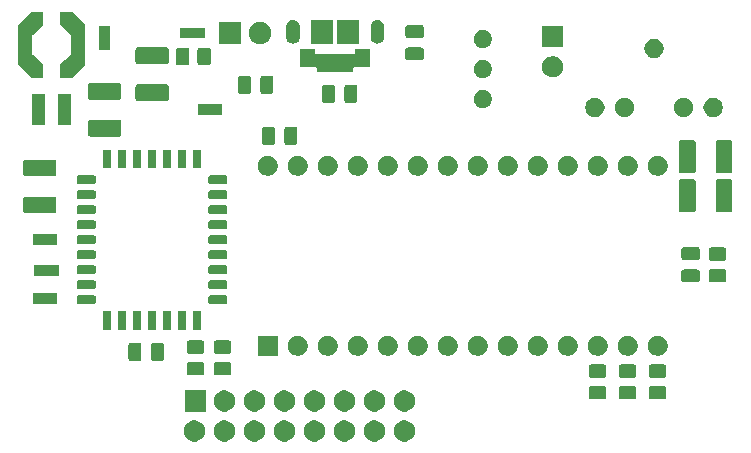
<source format=gbr>
G04 #@! TF.GenerationSoftware,KiCad,Pcbnew,5.1.5+dfsg1-2build2*
G04 #@! TF.CreationDate,2022-10-10T15:32:11+01:00*
G04 #@! TF.ProjectId,psion-speech-sp0256al2,7073696f-6e2d-4737-9065-6563682d7370,rev?*
G04 #@! TF.SameCoordinates,Original*
G04 #@! TF.FileFunction,Soldermask,Top*
G04 #@! TF.FilePolarity,Negative*
%FSLAX46Y46*%
G04 Gerber Fmt 4.6, Leading zero omitted, Abs format (unit mm)*
G04 Created by KiCad (PCBNEW 5.1.5+dfsg1-2build2) date 2022-10-10 15:32:11*
%MOMM*%
%LPD*%
G04 APERTURE LIST*
%ADD10C,0.100000*%
G04 APERTURE END LIST*
D10*
G36*
X77473512Y-132303927D02*
G01*
X77622812Y-132333624D01*
X77786784Y-132401544D01*
X77934354Y-132500147D01*
X78059853Y-132625646D01*
X78158456Y-132773216D01*
X78226376Y-132937188D01*
X78261000Y-133111259D01*
X78261000Y-133288741D01*
X78226376Y-133462812D01*
X78158456Y-133626784D01*
X78059853Y-133774354D01*
X77934354Y-133899853D01*
X77786784Y-133998456D01*
X77622812Y-134066376D01*
X77473512Y-134096073D01*
X77448742Y-134101000D01*
X77271258Y-134101000D01*
X77246488Y-134096073D01*
X77097188Y-134066376D01*
X76933216Y-133998456D01*
X76785646Y-133899853D01*
X76660147Y-133774354D01*
X76561544Y-133626784D01*
X76493624Y-133462812D01*
X76459000Y-133288741D01*
X76459000Y-133111259D01*
X76493624Y-132937188D01*
X76561544Y-132773216D01*
X76660147Y-132625646D01*
X76785646Y-132500147D01*
X76933216Y-132401544D01*
X77097188Y-132333624D01*
X77246488Y-132303927D01*
X77271258Y-132299000D01*
X77448742Y-132299000D01*
X77473512Y-132303927D01*
G37*
G36*
X74933512Y-132303927D02*
G01*
X75082812Y-132333624D01*
X75246784Y-132401544D01*
X75394354Y-132500147D01*
X75519853Y-132625646D01*
X75618456Y-132773216D01*
X75686376Y-132937188D01*
X75721000Y-133111259D01*
X75721000Y-133288741D01*
X75686376Y-133462812D01*
X75618456Y-133626784D01*
X75519853Y-133774354D01*
X75394354Y-133899853D01*
X75246784Y-133998456D01*
X75082812Y-134066376D01*
X74933512Y-134096073D01*
X74908742Y-134101000D01*
X74731258Y-134101000D01*
X74706488Y-134096073D01*
X74557188Y-134066376D01*
X74393216Y-133998456D01*
X74245646Y-133899853D01*
X74120147Y-133774354D01*
X74021544Y-133626784D01*
X73953624Y-133462812D01*
X73919000Y-133288741D01*
X73919000Y-133111259D01*
X73953624Y-132937188D01*
X74021544Y-132773216D01*
X74120147Y-132625646D01*
X74245646Y-132500147D01*
X74393216Y-132401544D01*
X74557188Y-132333624D01*
X74706488Y-132303927D01*
X74731258Y-132299000D01*
X74908742Y-132299000D01*
X74933512Y-132303927D01*
G37*
G36*
X59693512Y-132303927D02*
G01*
X59842812Y-132333624D01*
X60006784Y-132401544D01*
X60154354Y-132500147D01*
X60279853Y-132625646D01*
X60378456Y-132773216D01*
X60446376Y-132937188D01*
X60481000Y-133111259D01*
X60481000Y-133288741D01*
X60446376Y-133462812D01*
X60378456Y-133626784D01*
X60279853Y-133774354D01*
X60154354Y-133899853D01*
X60006784Y-133998456D01*
X59842812Y-134066376D01*
X59693512Y-134096073D01*
X59668742Y-134101000D01*
X59491258Y-134101000D01*
X59466488Y-134096073D01*
X59317188Y-134066376D01*
X59153216Y-133998456D01*
X59005646Y-133899853D01*
X58880147Y-133774354D01*
X58781544Y-133626784D01*
X58713624Y-133462812D01*
X58679000Y-133288741D01*
X58679000Y-133111259D01*
X58713624Y-132937188D01*
X58781544Y-132773216D01*
X58880147Y-132625646D01*
X59005646Y-132500147D01*
X59153216Y-132401544D01*
X59317188Y-132333624D01*
X59466488Y-132303927D01*
X59491258Y-132299000D01*
X59668742Y-132299000D01*
X59693512Y-132303927D01*
G37*
G36*
X62233512Y-132303927D02*
G01*
X62382812Y-132333624D01*
X62546784Y-132401544D01*
X62694354Y-132500147D01*
X62819853Y-132625646D01*
X62918456Y-132773216D01*
X62986376Y-132937188D01*
X63021000Y-133111259D01*
X63021000Y-133288741D01*
X62986376Y-133462812D01*
X62918456Y-133626784D01*
X62819853Y-133774354D01*
X62694354Y-133899853D01*
X62546784Y-133998456D01*
X62382812Y-134066376D01*
X62233512Y-134096073D01*
X62208742Y-134101000D01*
X62031258Y-134101000D01*
X62006488Y-134096073D01*
X61857188Y-134066376D01*
X61693216Y-133998456D01*
X61545646Y-133899853D01*
X61420147Y-133774354D01*
X61321544Y-133626784D01*
X61253624Y-133462812D01*
X61219000Y-133288741D01*
X61219000Y-133111259D01*
X61253624Y-132937188D01*
X61321544Y-132773216D01*
X61420147Y-132625646D01*
X61545646Y-132500147D01*
X61693216Y-132401544D01*
X61857188Y-132333624D01*
X62006488Y-132303927D01*
X62031258Y-132299000D01*
X62208742Y-132299000D01*
X62233512Y-132303927D01*
G37*
G36*
X64773512Y-132303927D02*
G01*
X64922812Y-132333624D01*
X65086784Y-132401544D01*
X65234354Y-132500147D01*
X65359853Y-132625646D01*
X65458456Y-132773216D01*
X65526376Y-132937188D01*
X65561000Y-133111259D01*
X65561000Y-133288741D01*
X65526376Y-133462812D01*
X65458456Y-133626784D01*
X65359853Y-133774354D01*
X65234354Y-133899853D01*
X65086784Y-133998456D01*
X64922812Y-134066376D01*
X64773512Y-134096073D01*
X64748742Y-134101000D01*
X64571258Y-134101000D01*
X64546488Y-134096073D01*
X64397188Y-134066376D01*
X64233216Y-133998456D01*
X64085646Y-133899853D01*
X63960147Y-133774354D01*
X63861544Y-133626784D01*
X63793624Y-133462812D01*
X63759000Y-133288741D01*
X63759000Y-133111259D01*
X63793624Y-132937188D01*
X63861544Y-132773216D01*
X63960147Y-132625646D01*
X64085646Y-132500147D01*
X64233216Y-132401544D01*
X64397188Y-132333624D01*
X64546488Y-132303927D01*
X64571258Y-132299000D01*
X64748742Y-132299000D01*
X64773512Y-132303927D01*
G37*
G36*
X69853512Y-132303927D02*
G01*
X70002812Y-132333624D01*
X70166784Y-132401544D01*
X70314354Y-132500147D01*
X70439853Y-132625646D01*
X70538456Y-132773216D01*
X70606376Y-132937188D01*
X70641000Y-133111259D01*
X70641000Y-133288741D01*
X70606376Y-133462812D01*
X70538456Y-133626784D01*
X70439853Y-133774354D01*
X70314354Y-133899853D01*
X70166784Y-133998456D01*
X70002812Y-134066376D01*
X69853512Y-134096073D01*
X69828742Y-134101000D01*
X69651258Y-134101000D01*
X69626488Y-134096073D01*
X69477188Y-134066376D01*
X69313216Y-133998456D01*
X69165646Y-133899853D01*
X69040147Y-133774354D01*
X68941544Y-133626784D01*
X68873624Y-133462812D01*
X68839000Y-133288741D01*
X68839000Y-133111259D01*
X68873624Y-132937188D01*
X68941544Y-132773216D01*
X69040147Y-132625646D01*
X69165646Y-132500147D01*
X69313216Y-132401544D01*
X69477188Y-132333624D01*
X69626488Y-132303927D01*
X69651258Y-132299000D01*
X69828742Y-132299000D01*
X69853512Y-132303927D01*
G37*
G36*
X72393512Y-132303927D02*
G01*
X72542812Y-132333624D01*
X72706784Y-132401544D01*
X72854354Y-132500147D01*
X72979853Y-132625646D01*
X73078456Y-132773216D01*
X73146376Y-132937188D01*
X73181000Y-133111259D01*
X73181000Y-133288741D01*
X73146376Y-133462812D01*
X73078456Y-133626784D01*
X72979853Y-133774354D01*
X72854354Y-133899853D01*
X72706784Y-133998456D01*
X72542812Y-134066376D01*
X72393512Y-134096073D01*
X72368742Y-134101000D01*
X72191258Y-134101000D01*
X72166488Y-134096073D01*
X72017188Y-134066376D01*
X71853216Y-133998456D01*
X71705646Y-133899853D01*
X71580147Y-133774354D01*
X71481544Y-133626784D01*
X71413624Y-133462812D01*
X71379000Y-133288741D01*
X71379000Y-133111259D01*
X71413624Y-132937188D01*
X71481544Y-132773216D01*
X71580147Y-132625646D01*
X71705646Y-132500147D01*
X71853216Y-132401544D01*
X72017188Y-132333624D01*
X72166488Y-132303927D01*
X72191258Y-132299000D01*
X72368742Y-132299000D01*
X72393512Y-132303927D01*
G37*
G36*
X67313512Y-132303927D02*
G01*
X67462812Y-132333624D01*
X67626784Y-132401544D01*
X67774354Y-132500147D01*
X67899853Y-132625646D01*
X67998456Y-132773216D01*
X68066376Y-132937188D01*
X68101000Y-133111259D01*
X68101000Y-133288741D01*
X68066376Y-133462812D01*
X67998456Y-133626784D01*
X67899853Y-133774354D01*
X67774354Y-133899853D01*
X67626784Y-133998456D01*
X67462812Y-134066376D01*
X67313512Y-134096073D01*
X67288742Y-134101000D01*
X67111258Y-134101000D01*
X67086488Y-134096073D01*
X66937188Y-134066376D01*
X66773216Y-133998456D01*
X66625646Y-133899853D01*
X66500147Y-133774354D01*
X66401544Y-133626784D01*
X66333624Y-133462812D01*
X66299000Y-133288741D01*
X66299000Y-133111259D01*
X66333624Y-132937188D01*
X66401544Y-132773216D01*
X66500147Y-132625646D01*
X66625646Y-132500147D01*
X66773216Y-132401544D01*
X66937188Y-132333624D01*
X67086488Y-132303927D01*
X67111258Y-132299000D01*
X67288742Y-132299000D01*
X67313512Y-132303927D01*
G37*
G36*
X62233512Y-129763927D02*
G01*
X62382812Y-129793624D01*
X62546784Y-129861544D01*
X62694354Y-129960147D01*
X62819853Y-130085646D01*
X62918456Y-130233216D01*
X62986376Y-130397188D01*
X63021000Y-130571259D01*
X63021000Y-130748741D01*
X62986376Y-130922812D01*
X62918456Y-131086784D01*
X62819853Y-131234354D01*
X62694354Y-131359853D01*
X62546784Y-131458456D01*
X62382812Y-131526376D01*
X62233512Y-131556073D01*
X62208742Y-131561000D01*
X62031258Y-131561000D01*
X62006488Y-131556073D01*
X61857188Y-131526376D01*
X61693216Y-131458456D01*
X61545646Y-131359853D01*
X61420147Y-131234354D01*
X61321544Y-131086784D01*
X61253624Y-130922812D01*
X61219000Y-130748741D01*
X61219000Y-130571259D01*
X61253624Y-130397188D01*
X61321544Y-130233216D01*
X61420147Y-130085646D01*
X61545646Y-129960147D01*
X61693216Y-129861544D01*
X61857188Y-129793624D01*
X62006488Y-129763927D01*
X62031258Y-129759000D01*
X62208742Y-129759000D01*
X62233512Y-129763927D01*
G37*
G36*
X60561000Y-131561000D02*
G01*
X58759000Y-131561000D01*
X58759000Y-129759000D01*
X60561000Y-129759000D01*
X60561000Y-131561000D01*
G37*
G36*
X64773512Y-129763927D02*
G01*
X64922812Y-129793624D01*
X65086784Y-129861544D01*
X65234354Y-129960147D01*
X65359853Y-130085646D01*
X65458456Y-130233216D01*
X65526376Y-130397188D01*
X65561000Y-130571259D01*
X65561000Y-130748741D01*
X65526376Y-130922812D01*
X65458456Y-131086784D01*
X65359853Y-131234354D01*
X65234354Y-131359853D01*
X65086784Y-131458456D01*
X64922812Y-131526376D01*
X64773512Y-131556073D01*
X64748742Y-131561000D01*
X64571258Y-131561000D01*
X64546488Y-131556073D01*
X64397188Y-131526376D01*
X64233216Y-131458456D01*
X64085646Y-131359853D01*
X63960147Y-131234354D01*
X63861544Y-131086784D01*
X63793624Y-130922812D01*
X63759000Y-130748741D01*
X63759000Y-130571259D01*
X63793624Y-130397188D01*
X63861544Y-130233216D01*
X63960147Y-130085646D01*
X64085646Y-129960147D01*
X64233216Y-129861544D01*
X64397188Y-129793624D01*
X64546488Y-129763927D01*
X64571258Y-129759000D01*
X64748742Y-129759000D01*
X64773512Y-129763927D01*
G37*
G36*
X67313512Y-129763927D02*
G01*
X67462812Y-129793624D01*
X67626784Y-129861544D01*
X67774354Y-129960147D01*
X67899853Y-130085646D01*
X67998456Y-130233216D01*
X68066376Y-130397188D01*
X68101000Y-130571259D01*
X68101000Y-130748741D01*
X68066376Y-130922812D01*
X67998456Y-131086784D01*
X67899853Y-131234354D01*
X67774354Y-131359853D01*
X67626784Y-131458456D01*
X67462812Y-131526376D01*
X67313512Y-131556073D01*
X67288742Y-131561000D01*
X67111258Y-131561000D01*
X67086488Y-131556073D01*
X66937188Y-131526376D01*
X66773216Y-131458456D01*
X66625646Y-131359853D01*
X66500147Y-131234354D01*
X66401544Y-131086784D01*
X66333624Y-130922812D01*
X66299000Y-130748741D01*
X66299000Y-130571259D01*
X66333624Y-130397188D01*
X66401544Y-130233216D01*
X66500147Y-130085646D01*
X66625646Y-129960147D01*
X66773216Y-129861544D01*
X66937188Y-129793624D01*
X67086488Y-129763927D01*
X67111258Y-129759000D01*
X67288742Y-129759000D01*
X67313512Y-129763927D01*
G37*
G36*
X72393512Y-129763927D02*
G01*
X72542812Y-129793624D01*
X72706784Y-129861544D01*
X72854354Y-129960147D01*
X72979853Y-130085646D01*
X73078456Y-130233216D01*
X73146376Y-130397188D01*
X73181000Y-130571259D01*
X73181000Y-130748741D01*
X73146376Y-130922812D01*
X73078456Y-131086784D01*
X72979853Y-131234354D01*
X72854354Y-131359853D01*
X72706784Y-131458456D01*
X72542812Y-131526376D01*
X72393512Y-131556073D01*
X72368742Y-131561000D01*
X72191258Y-131561000D01*
X72166488Y-131556073D01*
X72017188Y-131526376D01*
X71853216Y-131458456D01*
X71705646Y-131359853D01*
X71580147Y-131234354D01*
X71481544Y-131086784D01*
X71413624Y-130922812D01*
X71379000Y-130748741D01*
X71379000Y-130571259D01*
X71413624Y-130397188D01*
X71481544Y-130233216D01*
X71580147Y-130085646D01*
X71705646Y-129960147D01*
X71853216Y-129861544D01*
X72017188Y-129793624D01*
X72166488Y-129763927D01*
X72191258Y-129759000D01*
X72368742Y-129759000D01*
X72393512Y-129763927D01*
G37*
G36*
X74933512Y-129763927D02*
G01*
X75082812Y-129793624D01*
X75246784Y-129861544D01*
X75394354Y-129960147D01*
X75519853Y-130085646D01*
X75618456Y-130233216D01*
X75686376Y-130397188D01*
X75721000Y-130571259D01*
X75721000Y-130748741D01*
X75686376Y-130922812D01*
X75618456Y-131086784D01*
X75519853Y-131234354D01*
X75394354Y-131359853D01*
X75246784Y-131458456D01*
X75082812Y-131526376D01*
X74933512Y-131556073D01*
X74908742Y-131561000D01*
X74731258Y-131561000D01*
X74706488Y-131556073D01*
X74557188Y-131526376D01*
X74393216Y-131458456D01*
X74245646Y-131359853D01*
X74120147Y-131234354D01*
X74021544Y-131086784D01*
X73953624Y-130922812D01*
X73919000Y-130748741D01*
X73919000Y-130571259D01*
X73953624Y-130397188D01*
X74021544Y-130233216D01*
X74120147Y-130085646D01*
X74245646Y-129960147D01*
X74393216Y-129861544D01*
X74557188Y-129793624D01*
X74706488Y-129763927D01*
X74731258Y-129759000D01*
X74908742Y-129759000D01*
X74933512Y-129763927D01*
G37*
G36*
X77473512Y-129763927D02*
G01*
X77622812Y-129793624D01*
X77786784Y-129861544D01*
X77934354Y-129960147D01*
X78059853Y-130085646D01*
X78158456Y-130233216D01*
X78226376Y-130397188D01*
X78261000Y-130571259D01*
X78261000Y-130748741D01*
X78226376Y-130922812D01*
X78158456Y-131086784D01*
X78059853Y-131234354D01*
X77934354Y-131359853D01*
X77786784Y-131458456D01*
X77622812Y-131526376D01*
X77473512Y-131556073D01*
X77448742Y-131561000D01*
X77271258Y-131561000D01*
X77246488Y-131556073D01*
X77097188Y-131526376D01*
X76933216Y-131458456D01*
X76785646Y-131359853D01*
X76660147Y-131234354D01*
X76561544Y-131086784D01*
X76493624Y-130922812D01*
X76459000Y-130748741D01*
X76459000Y-130571259D01*
X76493624Y-130397188D01*
X76561544Y-130233216D01*
X76660147Y-130085646D01*
X76785646Y-129960147D01*
X76933216Y-129861544D01*
X77097188Y-129793624D01*
X77246488Y-129763927D01*
X77271258Y-129759000D01*
X77448742Y-129759000D01*
X77473512Y-129763927D01*
G37*
G36*
X69853512Y-129763927D02*
G01*
X70002812Y-129793624D01*
X70166784Y-129861544D01*
X70314354Y-129960147D01*
X70439853Y-130085646D01*
X70538456Y-130233216D01*
X70606376Y-130397188D01*
X70641000Y-130571259D01*
X70641000Y-130748741D01*
X70606376Y-130922812D01*
X70538456Y-131086784D01*
X70439853Y-131234354D01*
X70314354Y-131359853D01*
X70166784Y-131458456D01*
X70002812Y-131526376D01*
X69853512Y-131556073D01*
X69828742Y-131561000D01*
X69651258Y-131561000D01*
X69626488Y-131556073D01*
X69477188Y-131526376D01*
X69313216Y-131458456D01*
X69165646Y-131359853D01*
X69040147Y-131234354D01*
X68941544Y-131086784D01*
X68873624Y-130922812D01*
X68839000Y-130748741D01*
X68839000Y-130571259D01*
X68873624Y-130397188D01*
X68941544Y-130233216D01*
X69040147Y-130085646D01*
X69165646Y-129960147D01*
X69313216Y-129861544D01*
X69477188Y-129793624D01*
X69626488Y-129763927D01*
X69651258Y-129759000D01*
X69828742Y-129759000D01*
X69853512Y-129763927D01*
G37*
G36*
X96847162Y-129385644D02*
G01*
X96886608Y-129397610D01*
X96922953Y-129417037D01*
X96954815Y-129443185D01*
X96980963Y-129475047D01*
X97000390Y-129511392D01*
X97012356Y-129550838D01*
X97017000Y-129597993D01*
X97017000Y-130291007D01*
X97012356Y-130338162D01*
X97000390Y-130377608D01*
X96980963Y-130413953D01*
X96954815Y-130445815D01*
X96922953Y-130471963D01*
X96886608Y-130491390D01*
X96847162Y-130503356D01*
X96800007Y-130508000D01*
X95731993Y-130508000D01*
X95684838Y-130503356D01*
X95645392Y-130491390D01*
X95609047Y-130471963D01*
X95577185Y-130445815D01*
X95551037Y-130413953D01*
X95531610Y-130377608D01*
X95519644Y-130338162D01*
X95515000Y-130291007D01*
X95515000Y-129597993D01*
X95519644Y-129550838D01*
X95531610Y-129511392D01*
X95551037Y-129475047D01*
X95577185Y-129443185D01*
X95609047Y-129417037D01*
X95645392Y-129397610D01*
X95684838Y-129385644D01*
X95731993Y-129381000D01*
X96800007Y-129381000D01*
X96847162Y-129385644D01*
G37*
G36*
X99387162Y-129385644D02*
G01*
X99426608Y-129397610D01*
X99462953Y-129417037D01*
X99494815Y-129443185D01*
X99520963Y-129475047D01*
X99540390Y-129511392D01*
X99552356Y-129550838D01*
X99557000Y-129597993D01*
X99557000Y-130291007D01*
X99552356Y-130338162D01*
X99540390Y-130377608D01*
X99520963Y-130413953D01*
X99494815Y-130445815D01*
X99462953Y-130471963D01*
X99426608Y-130491390D01*
X99387162Y-130503356D01*
X99340007Y-130508000D01*
X98271993Y-130508000D01*
X98224838Y-130503356D01*
X98185392Y-130491390D01*
X98149047Y-130471963D01*
X98117185Y-130445815D01*
X98091037Y-130413953D01*
X98071610Y-130377608D01*
X98059644Y-130338162D01*
X98055000Y-130291007D01*
X98055000Y-129597993D01*
X98059644Y-129550838D01*
X98071610Y-129511392D01*
X98091037Y-129475047D01*
X98117185Y-129443185D01*
X98149047Y-129417037D01*
X98185392Y-129397610D01*
X98224838Y-129385644D01*
X98271993Y-129381000D01*
X99340007Y-129381000D01*
X99387162Y-129385644D01*
G37*
G36*
X94307162Y-129385644D02*
G01*
X94346608Y-129397610D01*
X94382953Y-129417037D01*
X94414815Y-129443185D01*
X94440963Y-129475047D01*
X94460390Y-129511392D01*
X94472356Y-129550838D01*
X94477000Y-129597993D01*
X94477000Y-130291007D01*
X94472356Y-130338162D01*
X94460390Y-130377608D01*
X94440963Y-130413953D01*
X94414815Y-130445815D01*
X94382953Y-130471963D01*
X94346608Y-130491390D01*
X94307162Y-130503356D01*
X94260007Y-130508000D01*
X93191993Y-130508000D01*
X93144838Y-130503356D01*
X93105392Y-130491390D01*
X93069047Y-130471963D01*
X93037185Y-130445815D01*
X93011037Y-130413953D01*
X92991610Y-130377608D01*
X92979644Y-130338162D01*
X92975000Y-130291007D01*
X92975000Y-129597993D01*
X92979644Y-129550838D01*
X92991610Y-129511392D01*
X93011037Y-129475047D01*
X93037185Y-129443185D01*
X93069047Y-129417037D01*
X93105392Y-129397610D01*
X93144838Y-129385644D01*
X93191993Y-129381000D01*
X94260007Y-129381000D01*
X94307162Y-129385644D01*
G37*
G36*
X94307162Y-127560644D02*
G01*
X94346608Y-127572610D01*
X94382953Y-127592037D01*
X94414815Y-127618185D01*
X94440963Y-127650047D01*
X94460390Y-127686392D01*
X94472356Y-127725838D01*
X94477000Y-127772993D01*
X94477000Y-128466007D01*
X94472356Y-128513162D01*
X94460390Y-128552608D01*
X94440963Y-128588953D01*
X94414815Y-128620815D01*
X94382953Y-128646963D01*
X94346608Y-128666390D01*
X94307162Y-128678356D01*
X94260007Y-128683000D01*
X93191993Y-128683000D01*
X93144838Y-128678356D01*
X93105392Y-128666390D01*
X93069047Y-128646963D01*
X93037185Y-128620815D01*
X93011037Y-128588953D01*
X92991610Y-128552608D01*
X92979644Y-128513162D01*
X92975000Y-128466007D01*
X92975000Y-127772993D01*
X92979644Y-127725838D01*
X92991610Y-127686392D01*
X93011037Y-127650047D01*
X93037185Y-127618185D01*
X93069047Y-127592037D01*
X93105392Y-127572610D01*
X93144838Y-127560644D01*
X93191993Y-127556000D01*
X94260007Y-127556000D01*
X94307162Y-127560644D01*
G37*
G36*
X96847162Y-127560644D02*
G01*
X96886608Y-127572610D01*
X96922953Y-127592037D01*
X96954815Y-127618185D01*
X96980963Y-127650047D01*
X97000390Y-127686392D01*
X97012356Y-127725838D01*
X97017000Y-127772993D01*
X97017000Y-128466007D01*
X97012356Y-128513162D01*
X97000390Y-128552608D01*
X96980963Y-128588953D01*
X96954815Y-128620815D01*
X96922953Y-128646963D01*
X96886608Y-128666390D01*
X96847162Y-128678356D01*
X96800007Y-128683000D01*
X95731993Y-128683000D01*
X95684838Y-128678356D01*
X95645392Y-128666390D01*
X95609047Y-128646963D01*
X95577185Y-128620815D01*
X95551037Y-128588953D01*
X95531610Y-128552608D01*
X95519644Y-128513162D01*
X95515000Y-128466007D01*
X95515000Y-127772993D01*
X95519644Y-127725838D01*
X95531610Y-127686392D01*
X95551037Y-127650047D01*
X95577185Y-127618185D01*
X95609047Y-127592037D01*
X95645392Y-127572610D01*
X95684838Y-127560644D01*
X95731993Y-127556000D01*
X96800007Y-127556000D01*
X96847162Y-127560644D01*
G37*
G36*
X99387162Y-127560644D02*
G01*
X99426608Y-127572610D01*
X99462953Y-127592037D01*
X99494815Y-127618185D01*
X99520963Y-127650047D01*
X99540390Y-127686392D01*
X99552356Y-127725838D01*
X99557000Y-127772993D01*
X99557000Y-128466007D01*
X99552356Y-128513162D01*
X99540390Y-128552608D01*
X99520963Y-128588953D01*
X99494815Y-128620815D01*
X99462953Y-128646963D01*
X99426608Y-128666390D01*
X99387162Y-128678356D01*
X99340007Y-128683000D01*
X98271993Y-128683000D01*
X98224838Y-128678356D01*
X98185392Y-128666390D01*
X98149047Y-128646963D01*
X98117185Y-128620815D01*
X98091037Y-128588953D01*
X98071610Y-128552608D01*
X98059644Y-128513162D01*
X98055000Y-128466007D01*
X98055000Y-127772993D01*
X98059644Y-127725838D01*
X98071610Y-127686392D01*
X98091037Y-127650047D01*
X98117185Y-127618185D01*
X98149047Y-127592037D01*
X98185392Y-127572610D01*
X98224838Y-127560644D01*
X98271993Y-127556000D01*
X99340007Y-127556000D01*
X99387162Y-127560644D01*
G37*
G36*
X60271162Y-127353644D02*
G01*
X60310608Y-127365610D01*
X60346953Y-127385037D01*
X60378815Y-127411185D01*
X60404963Y-127443047D01*
X60424390Y-127479392D01*
X60436356Y-127518838D01*
X60441000Y-127565993D01*
X60441000Y-128259007D01*
X60436356Y-128306162D01*
X60424390Y-128345608D01*
X60404963Y-128381953D01*
X60378815Y-128413815D01*
X60346953Y-128439963D01*
X60310608Y-128459390D01*
X60271162Y-128471356D01*
X60224007Y-128476000D01*
X59155993Y-128476000D01*
X59108838Y-128471356D01*
X59069392Y-128459390D01*
X59033047Y-128439963D01*
X59001185Y-128413815D01*
X58975037Y-128381953D01*
X58955610Y-128345608D01*
X58943644Y-128306162D01*
X58939000Y-128259007D01*
X58939000Y-127565993D01*
X58943644Y-127518838D01*
X58955610Y-127479392D01*
X58975037Y-127443047D01*
X59001185Y-127411185D01*
X59033047Y-127385037D01*
X59069392Y-127365610D01*
X59108838Y-127353644D01*
X59155993Y-127349000D01*
X60224007Y-127349000D01*
X60271162Y-127353644D01*
G37*
G36*
X62557162Y-127353644D02*
G01*
X62596608Y-127365610D01*
X62632953Y-127385037D01*
X62664815Y-127411185D01*
X62690963Y-127443047D01*
X62710390Y-127479392D01*
X62722356Y-127518838D01*
X62727000Y-127565993D01*
X62727000Y-128259007D01*
X62722356Y-128306162D01*
X62710390Y-128345608D01*
X62690963Y-128381953D01*
X62664815Y-128413815D01*
X62632953Y-128439963D01*
X62596608Y-128459390D01*
X62557162Y-128471356D01*
X62510007Y-128476000D01*
X61441993Y-128476000D01*
X61394838Y-128471356D01*
X61355392Y-128459390D01*
X61319047Y-128439963D01*
X61287185Y-128413815D01*
X61261037Y-128381953D01*
X61241610Y-128345608D01*
X61229644Y-128306162D01*
X61225000Y-128259007D01*
X61225000Y-127565993D01*
X61229644Y-127518838D01*
X61241610Y-127479392D01*
X61261037Y-127443047D01*
X61287185Y-127411185D01*
X61319047Y-127385037D01*
X61355392Y-127365610D01*
X61394838Y-127353644D01*
X61441993Y-127349000D01*
X62510007Y-127349000D01*
X62557162Y-127353644D01*
G37*
G36*
X54929434Y-125728686D02*
G01*
X54969284Y-125740774D01*
X55005999Y-125760399D01*
X55038186Y-125786814D01*
X55064601Y-125819001D01*
X55084226Y-125855716D01*
X55096314Y-125895566D01*
X55101000Y-125943141D01*
X55101000Y-127056859D01*
X55096314Y-127104434D01*
X55084226Y-127144284D01*
X55064601Y-127180999D01*
X55038186Y-127213186D01*
X55005999Y-127239601D01*
X54969284Y-127259226D01*
X54929434Y-127271314D01*
X54881859Y-127276000D01*
X54218141Y-127276000D01*
X54170566Y-127271314D01*
X54130716Y-127259226D01*
X54094001Y-127239601D01*
X54061814Y-127213186D01*
X54035399Y-127180999D01*
X54015774Y-127144284D01*
X54003686Y-127104434D01*
X53999000Y-127056859D01*
X53999000Y-125943141D01*
X54003686Y-125895566D01*
X54015774Y-125855716D01*
X54035399Y-125819001D01*
X54061814Y-125786814D01*
X54094001Y-125760399D01*
X54130716Y-125740774D01*
X54170566Y-125728686D01*
X54218141Y-125724000D01*
X54881859Y-125724000D01*
X54929434Y-125728686D01*
G37*
G36*
X56829434Y-125728686D02*
G01*
X56869284Y-125740774D01*
X56905999Y-125760399D01*
X56938186Y-125786814D01*
X56964601Y-125819001D01*
X56984226Y-125855716D01*
X56996314Y-125895566D01*
X57001000Y-125943141D01*
X57001000Y-127056859D01*
X56996314Y-127104434D01*
X56984226Y-127144284D01*
X56964601Y-127180999D01*
X56938186Y-127213186D01*
X56905999Y-127239601D01*
X56869284Y-127259226D01*
X56829434Y-127271314D01*
X56781859Y-127276000D01*
X56118141Y-127276000D01*
X56070566Y-127271314D01*
X56030716Y-127259226D01*
X55994001Y-127239601D01*
X55961814Y-127213186D01*
X55935399Y-127180999D01*
X55915774Y-127144284D01*
X55903686Y-127104434D01*
X55899000Y-127056859D01*
X55899000Y-125943141D01*
X55903686Y-125895566D01*
X55915774Y-125855716D01*
X55935399Y-125819001D01*
X55961814Y-125786814D01*
X55994001Y-125760399D01*
X56030716Y-125740774D01*
X56070566Y-125728686D01*
X56118141Y-125724000D01*
X56781859Y-125724000D01*
X56829434Y-125728686D01*
G37*
G36*
X99054228Y-125165703D02*
G01*
X99209100Y-125229853D01*
X99348481Y-125322985D01*
X99467015Y-125441519D01*
X99560147Y-125580900D01*
X99624297Y-125735772D01*
X99657000Y-125900184D01*
X99657000Y-126067816D01*
X99624297Y-126232228D01*
X99560147Y-126387100D01*
X99467015Y-126526481D01*
X99348481Y-126645015D01*
X99209100Y-126738147D01*
X99054228Y-126802297D01*
X98889816Y-126835000D01*
X98722184Y-126835000D01*
X98557772Y-126802297D01*
X98402900Y-126738147D01*
X98263519Y-126645015D01*
X98144985Y-126526481D01*
X98051853Y-126387100D01*
X97987703Y-126232228D01*
X97955000Y-126067816D01*
X97955000Y-125900184D01*
X97987703Y-125735772D01*
X98051853Y-125580900D01*
X98144985Y-125441519D01*
X98263519Y-125322985D01*
X98402900Y-125229853D01*
X98557772Y-125165703D01*
X98722184Y-125133000D01*
X98889816Y-125133000D01*
X99054228Y-125165703D01*
G37*
G36*
X96514228Y-125165703D02*
G01*
X96669100Y-125229853D01*
X96808481Y-125322985D01*
X96927015Y-125441519D01*
X97020147Y-125580900D01*
X97084297Y-125735772D01*
X97117000Y-125900184D01*
X97117000Y-126067816D01*
X97084297Y-126232228D01*
X97020147Y-126387100D01*
X96927015Y-126526481D01*
X96808481Y-126645015D01*
X96669100Y-126738147D01*
X96514228Y-126802297D01*
X96349816Y-126835000D01*
X96182184Y-126835000D01*
X96017772Y-126802297D01*
X95862900Y-126738147D01*
X95723519Y-126645015D01*
X95604985Y-126526481D01*
X95511853Y-126387100D01*
X95447703Y-126232228D01*
X95415000Y-126067816D01*
X95415000Y-125900184D01*
X95447703Y-125735772D01*
X95511853Y-125580900D01*
X95604985Y-125441519D01*
X95723519Y-125322985D01*
X95862900Y-125229853D01*
X96017772Y-125165703D01*
X96182184Y-125133000D01*
X96349816Y-125133000D01*
X96514228Y-125165703D01*
G37*
G36*
X93974228Y-125165703D02*
G01*
X94129100Y-125229853D01*
X94268481Y-125322985D01*
X94387015Y-125441519D01*
X94480147Y-125580900D01*
X94544297Y-125735772D01*
X94577000Y-125900184D01*
X94577000Y-126067816D01*
X94544297Y-126232228D01*
X94480147Y-126387100D01*
X94387015Y-126526481D01*
X94268481Y-126645015D01*
X94129100Y-126738147D01*
X93974228Y-126802297D01*
X93809816Y-126835000D01*
X93642184Y-126835000D01*
X93477772Y-126802297D01*
X93322900Y-126738147D01*
X93183519Y-126645015D01*
X93064985Y-126526481D01*
X92971853Y-126387100D01*
X92907703Y-126232228D01*
X92875000Y-126067816D01*
X92875000Y-125900184D01*
X92907703Y-125735772D01*
X92971853Y-125580900D01*
X93064985Y-125441519D01*
X93183519Y-125322985D01*
X93322900Y-125229853D01*
X93477772Y-125165703D01*
X93642184Y-125133000D01*
X93809816Y-125133000D01*
X93974228Y-125165703D01*
G37*
G36*
X71114228Y-125165703D02*
G01*
X71269100Y-125229853D01*
X71408481Y-125322985D01*
X71527015Y-125441519D01*
X71620147Y-125580900D01*
X71684297Y-125735772D01*
X71717000Y-125900184D01*
X71717000Y-126067816D01*
X71684297Y-126232228D01*
X71620147Y-126387100D01*
X71527015Y-126526481D01*
X71408481Y-126645015D01*
X71269100Y-126738147D01*
X71114228Y-126802297D01*
X70949816Y-126835000D01*
X70782184Y-126835000D01*
X70617772Y-126802297D01*
X70462900Y-126738147D01*
X70323519Y-126645015D01*
X70204985Y-126526481D01*
X70111853Y-126387100D01*
X70047703Y-126232228D01*
X70015000Y-126067816D01*
X70015000Y-125900184D01*
X70047703Y-125735772D01*
X70111853Y-125580900D01*
X70204985Y-125441519D01*
X70323519Y-125322985D01*
X70462900Y-125229853D01*
X70617772Y-125165703D01*
X70782184Y-125133000D01*
X70949816Y-125133000D01*
X71114228Y-125165703D01*
G37*
G36*
X88894228Y-125165703D02*
G01*
X89049100Y-125229853D01*
X89188481Y-125322985D01*
X89307015Y-125441519D01*
X89400147Y-125580900D01*
X89464297Y-125735772D01*
X89497000Y-125900184D01*
X89497000Y-126067816D01*
X89464297Y-126232228D01*
X89400147Y-126387100D01*
X89307015Y-126526481D01*
X89188481Y-126645015D01*
X89049100Y-126738147D01*
X88894228Y-126802297D01*
X88729816Y-126835000D01*
X88562184Y-126835000D01*
X88397772Y-126802297D01*
X88242900Y-126738147D01*
X88103519Y-126645015D01*
X87984985Y-126526481D01*
X87891853Y-126387100D01*
X87827703Y-126232228D01*
X87795000Y-126067816D01*
X87795000Y-125900184D01*
X87827703Y-125735772D01*
X87891853Y-125580900D01*
X87984985Y-125441519D01*
X88103519Y-125322985D01*
X88242900Y-125229853D01*
X88397772Y-125165703D01*
X88562184Y-125133000D01*
X88729816Y-125133000D01*
X88894228Y-125165703D01*
G37*
G36*
X86354228Y-125165703D02*
G01*
X86509100Y-125229853D01*
X86648481Y-125322985D01*
X86767015Y-125441519D01*
X86860147Y-125580900D01*
X86924297Y-125735772D01*
X86957000Y-125900184D01*
X86957000Y-126067816D01*
X86924297Y-126232228D01*
X86860147Y-126387100D01*
X86767015Y-126526481D01*
X86648481Y-126645015D01*
X86509100Y-126738147D01*
X86354228Y-126802297D01*
X86189816Y-126835000D01*
X86022184Y-126835000D01*
X85857772Y-126802297D01*
X85702900Y-126738147D01*
X85563519Y-126645015D01*
X85444985Y-126526481D01*
X85351853Y-126387100D01*
X85287703Y-126232228D01*
X85255000Y-126067816D01*
X85255000Y-125900184D01*
X85287703Y-125735772D01*
X85351853Y-125580900D01*
X85444985Y-125441519D01*
X85563519Y-125322985D01*
X85702900Y-125229853D01*
X85857772Y-125165703D01*
X86022184Y-125133000D01*
X86189816Y-125133000D01*
X86354228Y-125165703D01*
G37*
G36*
X83814228Y-125165703D02*
G01*
X83969100Y-125229853D01*
X84108481Y-125322985D01*
X84227015Y-125441519D01*
X84320147Y-125580900D01*
X84384297Y-125735772D01*
X84417000Y-125900184D01*
X84417000Y-126067816D01*
X84384297Y-126232228D01*
X84320147Y-126387100D01*
X84227015Y-126526481D01*
X84108481Y-126645015D01*
X83969100Y-126738147D01*
X83814228Y-126802297D01*
X83649816Y-126835000D01*
X83482184Y-126835000D01*
X83317772Y-126802297D01*
X83162900Y-126738147D01*
X83023519Y-126645015D01*
X82904985Y-126526481D01*
X82811853Y-126387100D01*
X82747703Y-126232228D01*
X82715000Y-126067816D01*
X82715000Y-125900184D01*
X82747703Y-125735772D01*
X82811853Y-125580900D01*
X82904985Y-125441519D01*
X83023519Y-125322985D01*
X83162900Y-125229853D01*
X83317772Y-125165703D01*
X83482184Y-125133000D01*
X83649816Y-125133000D01*
X83814228Y-125165703D01*
G37*
G36*
X73654228Y-125165703D02*
G01*
X73809100Y-125229853D01*
X73948481Y-125322985D01*
X74067015Y-125441519D01*
X74160147Y-125580900D01*
X74224297Y-125735772D01*
X74257000Y-125900184D01*
X74257000Y-126067816D01*
X74224297Y-126232228D01*
X74160147Y-126387100D01*
X74067015Y-126526481D01*
X73948481Y-126645015D01*
X73809100Y-126738147D01*
X73654228Y-126802297D01*
X73489816Y-126835000D01*
X73322184Y-126835000D01*
X73157772Y-126802297D01*
X73002900Y-126738147D01*
X72863519Y-126645015D01*
X72744985Y-126526481D01*
X72651853Y-126387100D01*
X72587703Y-126232228D01*
X72555000Y-126067816D01*
X72555000Y-125900184D01*
X72587703Y-125735772D01*
X72651853Y-125580900D01*
X72744985Y-125441519D01*
X72863519Y-125322985D01*
X73002900Y-125229853D01*
X73157772Y-125165703D01*
X73322184Y-125133000D01*
X73489816Y-125133000D01*
X73654228Y-125165703D01*
G37*
G36*
X76194228Y-125165703D02*
G01*
X76349100Y-125229853D01*
X76488481Y-125322985D01*
X76607015Y-125441519D01*
X76700147Y-125580900D01*
X76764297Y-125735772D01*
X76797000Y-125900184D01*
X76797000Y-126067816D01*
X76764297Y-126232228D01*
X76700147Y-126387100D01*
X76607015Y-126526481D01*
X76488481Y-126645015D01*
X76349100Y-126738147D01*
X76194228Y-126802297D01*
X76029816Y-126835000D01*
X75862184Y-126835000D01*
X75697772Y-126802297D01*
X75542900Y-126738147D01*
X75403519Y-126645015D01*
X75284985Y-126526481D01*
X75191853Y-126387100D01*
X75127703Y-126232228D01*
X75095000Y-126067816D01*
X75095000Y-125900184D01*
X75127703Y-125735772D01*
X75191853Y-125580900D01*
X75284985Y-125441519D01*
X75403519Y-125322985D01*
X75542900Y-125229853D01*
X75697772Y-125165703D01*
X75862184Y-125133000D01*
X76029816Y-125133000D01*
X76194228Y-125165703D01*
G37*
G36*
X91434228Y-125165703D02*
G01*
X91589100Y-125229853D01*
X91728481Y-125322985D01*
X91847015Y-125441519D01*
X91940147Y-125580900D01*
X92004297Y-125735772D01*
X92037000Y-125900184D01*
X92037000Y-126067816D01*
X92004297Y-126232228D01*
X91940147Y-126387100D01*
X91847015Y-126526481D01*
X91728481Y-126645015D01*
X91589100Y-126738147D01*
X91434228Y-126802297D01*
X91269816Y-126835000D01*
X91102184Y-126835000D01*
X90937772Y-126802297D01*
X90782900Y-126738147D01*
X90643519Y-126645015D01*
X90524985Y-126526481D01*
X90431853Y-126387100D01*
X90367703Y-126232228D01*
X90335000Y-126067816D01*
X90335000Y-125900184D01*
X90367703Y-125735772D01*
X90431853Y-125580900D01*
X90524985Y-125441519D01*
X90643519Y-125322985D01*
X90782900Y-125229853D01*
X90937772Y-125165703D01*
X91102184Y-125133000D01*
X91269816Y-125133000D01*
X91434228Y-125165703D01*
G37*
G36*
X78734228Y-125165703D02*
G01*
X78889100Y-125229853D01*
X79028481Y-125322985D01*
X79147015Y-125441519D01*
X79240147Y-125580900D01*
X79304297Y-125735772D01*
X79337000Y-125900184D01*
X79337000Y-126067816D01*
X79304297Y-126232228D01*
X79240147Y-126387100D01*
X79147015Y-126526481D01*
X79028481Y-126645015D01*
X78889100Y-126738147D01*
X78734228Y-126802297D01*
X78569816Y-126835000D01*
X78402184Y-126835000D01*
X78237772Y-126802297D01*
X78082900Y-126738147D01*
X77943519Y-126645015D01*
X77824985Y-126526481D01*
X77731853Y-126387100D01*
X77667703Y-126232228D01*
X77635000Y-126067816D01*
X77635000Y-125900184D01*
X77667703Y-125735772D01*
X77731853Y-125580900D01*
X77824985Y-125441519D01*
X77943519Y-125322985D01*
X78082900Y-125229853D01*
X78237772Y-125165703D01*
X78402184Y-125133000D01*
X78569816Y-125133000D01*
X78734228Y-125165703D01*
G37*
G36*
X81274228Y-125165703D02*
G01*
X81429100Y-125229853D01*
X81568481Y-125322985D01*
X81687015Y-125441519D01*
X81780147Y-125580900D01*
X81844297Y-125735772D01*
X81877000Y-125900184D01*
X81877000Y-126067816D01*
X81844297Y-126232228D01*
X81780147Y-126387100D01*
X81687015Y-126526481D01*
X81568481Y-126645015D01*
X81429100Y-126738147D01*
X81274228Y-126802297D01*
X81109816Y-126835000D01*
X80942184Y-126835000D01*
X80777772Y-126802297D01*
X80622900Y-126738147D01*
X80483519Y-126645015D01*
X80364985Y-126526481D01*
X80271853Y-126387100D01*
X80207703Y-126232228D01*
X80175000Y-126067816D01*
X80175000Y-125900184D01*
X80207703Y-125735772D01*
X80271853Y-125580900D01*
X80364985Y-125441519D01*
X80483519Y-125322985D01*
X80622900Y-125229853D01*
X80777772Y-125165703D01*
X80942184Y-125133000D01*
X81109816Y-125133000D01*
X81274228Y-125165703D01*
G37*
G36*
X66637000Y-126835000D02*
G01*
X64935000Y-126835000D01*
X64935000Y-125133000D01*
X66637000Y-125133000D01*
X66637000Y-126835000D01*
G37*
G36*
X68574228Y-125165703D02*
G01*
X68729100Y-125229853D01*
X68868481Y-125322985D01*
X68987015Y-125441519D01*
X69080147Y-125580900D01*
X69144297Y-125735772D01*
X69177000Y-125900184D01*
X69177000Y-126067816D01*
X69144297Y-126232228D01*
X69080147Y-126387100D01*
X68987015Y-126526481D01*
X68868481Y-126645015D01*
X68729100Y-126738147D01*
X68574228Y-126802297D01*
X68409816Y-126835000D01*
X68242184Y-126835000D01*
X68077772Y-126802297D01*
X67922900Y-126738147D01*
X67783519Y-126645015D01*
X67664985Y-126526481D01*
X67571853Y-126387100D01*
X67507703Y-126232228D01*
X67475000Y-126067816D01*
X67475000Y-125900184D01*
X67507703Y-125735772D01*
X67571853Y-125580900D01*
X67664985Y-125441519D01*
X67783519Y-125322985D01*
X67922900Y-125229853D01*
X68077772Y-125165703D01*
X68242184Y-125133000D01*
X68409816Y-125133000D01*
X68574228Y-125165703D01*
G37*
G36*
X60271162Y-125528644D02*
G01*
X60310608Y-125540610D01*
X60346953Y-125560037D01*
X60378815Y-125586185D01*
X60404963Y-125618047D01*
X60424390Y-125654392D01*
X60436356Y-125693838D01*
X60441000Y-125740993D01*
X60441000Y-126434007D01*
X60436356Y-126481162D01*
X60424390Y-126520608D01*
X60404963Y-126556953D01*
X60378815Y-126588815D01*
X60346953Y-126614963D01*
X60310608Y-126634390D01*
X60271162Y-126646356D01*
X60224007Y-126651000D01*
X59155993Y-126651000D01*
X59108838Y-126646356D01*
X59069392Y-126634390D01*
X59033047Y-126614963D01*
X59001185Y-126588815D01*
X58975037Y-126556953D01*
X58955610Y-126520608D01*
X58943644Y-126481162D01*
X58939000Y-126434007D01*
X58939000Y-125740993D01*
X58943644Y-125693838D01*
X58955610Y-125654392D01*
X58975037Y-125618047D01*
X59001185Y-125586185D01*
X59033047Y-125560037D01*
X59069392Y-125540610D01*
X59108838Y-125528644D01*
X59155993Y-125524000D01*
X60224007Y-125524000D01*
X60271162Y-125528644D01*
G37*
G36*
X62557162Y-125528644D02*
G01*
X62596608Y-125540610D01*
X62632953Y-125560037D01*
X62664815Y-125586185D01*
X62690963Y-125618047D01*
X62710390Y-125654392D01*
X62722356Y-125693838D01*
X62727000Y-125740993D01*
X62727000Y-126434007D01*
X62722356Y-126481162D01*
X62710390Y-126520608D01*
X62690963Y-126556953D01*
X62664815Y-126588815D01*
X62632953Y-126614963D01*
X62596608Y-126634390D01*
X62557162Y-126646356D01*
X62510007Y-126651000D01*
X61441993Y-126651000D01*
X61394838Y-126646356D01*
X61355392Y-126634390D01*
X61319047Y-126614963D01*
X61287185Y-126588815D01*
X61261037Y-126556953D01*
X61241610Y-126520608D01*
X61229644Y-126481162D01*
X61225000Y-126434007D01*
X61225000Y-125740993D01*
X61229644Y-125693838D01*
X61241610Y-125654392D01*
X61261037Y-125618047D01*
X61287185Y-125586185D01*
X61319047Y-125560037D01*
X61355392Y-125540610D01*
X61394838Y-125528644D01*
X61441993Y-125524000D01*
X62510007Y-125524000D01*
X62557162Y-125528644D01*
G37*
G36*
X56259928Y-123051764D02*
G01*
X56281009Y-123058160D01*
X56300445Y-123068548D01*
X56317476Y-123082524D01*
X56331452Y-123099555D01*
X56341840Y-123118991D01*
X56348236Y-123140072D01*
X56351000Y-123168140D01*
X56351000Y-124506860D01*
X56348236Y-124534928D01*
X56341840Y-124556009D01*
X56331452Y-124575445D01*
X56317476Y-124592476D01*
X56300445Y-124606452D01*
X56281009Y-124616840D01*
X56259928Y-124623236D01*
X56231860Y-124626000D01*
X55768140Y-124626000D01*
X55740072Y-124623236D01*
X55718991Y-124616840D01*
X55699555Y-124606452D01*
X55682524Y-124592476D01*
X55668548Y-124575445D01*
X55658160Y-124556009D01*
X55651764Y-124534928D01*
X55649000Y-124506860D01*
X55649000Y-123168140D01*
X55651764Y-123140072D01*
X55658160Y-123118991D01*
X55668548Y-123099555D01*
X55682524Y-123082524D01*
X55699555Y-123068548D01*
X55718991Y-123058160D01*
X55740072Y-123051764D01*
X55768140Y-123049000D01*
X56231860Y-123049000D01*
X56259928Y-123051764D01*
G37*
G36*
X52449928Y-123051764D02*
G01*
X52471009Y-123058160D01*
X52490445Y-123068548D01*
X52507476Y-123082524D01*
X52521452Y-123099555D01*
X52531840Y-123118991D01*
X52538236Y-123140072D01*
X52541000Y-123168140D01*
X52541000Y-124506860D01*
X52538236Y-124534928D01*
X52531840Y-124556009D01*
X52521452Y-124575445D01*
X52507476Y-124592476D01*
X52490445Y-124606452D01*
X52471009Y-124616840D01*
X52449928Y-124623236D01*
X52421860Y-124626000D01*
X51958140Y-124626000D01*
X51930072Y-124623236D01*
X51908991Y-124616840D01*
X51889555Y-124606452D01*
X51872524Y-124592476D01*
X51858548Y-124575445D01*
X51848160Y-124556009D01*
X51841764Y-124534928D01*
X51839000Y-124506860D01*
X51839000Y-123168140D01*
X51841764Y-123140072D01*
X51848160Y-123118991D01*
X51858548Y-123099555D01*
X51872524Y-123082524D01*
X51889555Y-123068548D01*
X51908991Y-123058160D01*
X51930072Y-123051764D01*
X51958140Y-123049000D01*
X52421860Y-123049000D01*
X52449928Y-123051764D01*
G37*
G36*
X53719928Y-123051764D02*
G01*
X53741009Y-123058160D01*
X53760445Y-123068548D01*
X53777476Y-123082524D01*
X53791452Y-123099555D01*
X53801840Y-123118991D01*
X53808236Y-123140072D01*
X53811000Y-123168140D01*
X53811000Y-124506860D01*
X53808236Y-124534928D01*
X53801840Y-124556009D01*
X53791452Y-124575445D01*
X53777476Y-124592476D01*
X53760445Y-124606452D01*
X53741009Y-124616840D01*
X53719928Y-124623236D01*
X53691860Y-124626000D01*
X53228140Y-124626000D01*
X53200072Y-124623236D01*
X53178991Y-124616840D01*
X53159555Y-124606452D01*
X53142524Y-124592476D01*
X53128548Y-124575445D01*
X53118160Y-124556009D01*
X53111764Y-124534928D01*
X53109000Y-124506860D01*
X53109000Y-123168140D01*
X53111764Y-123140072D01*
X53118160Y-123118991D01*
X53128548Y-123099555D01*
X53142524Y-123082524D01*
X53159555Y-123068548D01*
X53178991Y-123058160D01*
X53200072Y-123051764D01*
X53228140Y-123049000D01*
X53691860Y-123049000D01*
X53719928Y-123051764D01*
G37*
G36*
X54989928Y-123051764D02*
G01*
X55011009Y-123058160D01*
X55030445Y-123068548D01*
X55047476Y-123082524D01*
X55061452Y-123099555D01*
X55071840Y-123118991D01*
X55078236Y-123140072D01*
X55081000Y-123168140D01*
X55081000Y-124506860D01*
X55078236Y-124534928D01*
X55071840Y-124556009D01*
X55061452Y-124575445D01*
X55047476Y-124592476D01*
X55030445Y-124606452D01*
X55011009Y-124616840D01*
X54989928Y-124623236D01*
X54961860Y-124626000D01*
X54498140Y-124626000D01*
X54470072Y-124623236D01*
X54448991Y-124616840D01*
X54429555Y-124606452D01*
X54412524Y-124592476D01*
X54398548Y-124575445D01*
X54388160Y-124556009D01*
X54381764Y-124534928D01*
X54379000Y-124506860D01*
X54379000Y-123168140D01*
X54381764Y-123140072D01*
X54388160Y-123118991D01*
X54398548Y-123099555D01*
X54412524Y-123082524D01*
X54429555Y-123068548D01*
X54448991Y-123058160D01*
X54470072Y-123051764D01*
X54498140Y-123049000D01*
X54961860Y-123049000D01*
X54989928Y-123051764D01*
G37*
G36*
X57529928Y-123051764D02*
G01*
X57551009Y-123058160D01*
X57570445Y-123068548D01*
X57587476Y-123082524D01*
X57601452Y-123099555D01*
X57611840Y-123118991D01*
X57618236Y-123140072D01*
X57621000Y-123168140D01*
X57621000Y-124506860D01*
X57618236Y-124534928D01*
X57611840Y-124556009D01*
X57601452Y-124575445D01*
X57587476Y-124592476D01*
X57570445Y-124606452D01*
X57551009Y-124616840D01*
X57529928Y-124623236D01*
X57501860Y-124626000D01*
X57038140Y-124626000D01*
X57010072Y-124623236D01*
X56988991Y-124616840D01*
X56969555Y-124606452D01*
X56952524Y-124592476D01*
X56938548Y-124575445D01*
X56928160Y-124556009D01*
X56921764Y-124534928D01*
X56919000Y-124506860D01*
X56919000Y-123168140D01*
X56921764Y-123140072D01*
X56928160Y-123118991D01*
X56938548Y-123099555D01*
X56952524Y-123082524D01*
X56969555Y-123068548D01*
X56988991Y-123058160D01*
X57010072Y-123051764D01*
X57038140Y-123049000D01*
X57501860Y-123049000D01*
X57529928Y-123051764D01*
G37*
G36*
X58799928Y-123051764D02*
G01*
X58821009Y-123058160D01*
X58840445Y-123068548D01*
X58857476Y-123082524D01*
X58871452Y-123099555D01*
X58881840Y-123118991D01*
X58888236Y-123140072D01*
X58891000Y-123168140D01*
X58891000Y-124506860D01*
X58888236Y-124534928D01*
X58881840Y-124556009D01*
X58871452Y-124575445D01*
X58857476Y-124592476D01*
X58840445Y-124606452D01*
X58821009Y-124616840D01*
X58799928Y-124623236D01*
X58771860Y-124626000D01*
X58308140Y-124626000D01*
X58280072Y-124623236D01*
X58258991Y-124616840D01*
X58239555Y-124606452D01*
X58222524Y-124592476D01*
X58208548Y-124575445D01*
X58198160Y-124556009D01*
X58191764Y-124534928D01*
X58189000Y-124506860D01*
X58189000Y-123168140D01*
X58191764Y-123140072D01*
X58198160Y-123118991D01*
X58208548Y-123099555D01*
X58222524Y-123082524D01*
X58239555Y-123068548D01*
X58258991Y-123058160D01*
X58280072Y-123051764D01*
X58308140Y-123049000D01*
X58771860Y-123049000D01*
X58799928Y-123051764D01*
G37*
G36*
X60069928Y-123051764D02*
G01*
X60091009Y-123058160D01*
X60110445Y-123068548D01*
X60127476Y-123082524D01*
X60141452Y-123099555D01*
X60151840Y-123118991D01*
X60158236Y-123140072D01*
X60161000Y-123168140D01*
X60161000Y-124506860D01*
X60158236Y-124534928D01*
X60151840Y-124556009D01*
X60141452Y-124575445D01*
X60127476Y-124592476D01*
X60110445Y-124606452D01*
X60091009Y-124616840D01*
X60069928Y-124623236D01*
X60041860Y-124626000D01*
X59578140Y-124626000D01*
X59550072Y-124623236D01*
X59528991Y-124616840D01*
X59509555Y-124606452D01*
X59492524Y-124592476D01*
X59478548Y-124575445D01*
X59468160Y-124556009D01*
X59461764Y-124534928D01*
X59459000Y-124506860D01*
X59459000Y-123168140D01*
X59461764Y-123140072D01*
X59468160Y-123118991D01*
X59478548Y-123099555D01*
X59492524Y-123082524D01*
X59509555Y-123068548D01*
X59528991Y-123058160D01*
X59550072Y-123051764D01*
X59578140Y-123049000D01*
X60041860Y-123049000D01*
X60069928Y-123051764D01*
G37*
G36*
X47951000Y-122451000D02*
G01*
X45899000Y-122451000D01*
X45899000Y-121549000D01*
X47951000Y-121549000D01*
X47951000Y-122451000D01*
G37*
G36*
X62259928Y-121731764D02*
G01*
X62281009Y-121738160D01*
X62300445Y-121748548D01*
X62317476Y-121762524D01*
X62331452Y-121779555D01*
X62341840Y-121798991D01*
X62348236Y-121820072D01*
X62351000Y-121848140D01*
X62351000Y-122311860D01*
X62348236Y-122339928D01*
X62341840Y-122361009D01*
X62331452Y-122380445D01*
X62317476Y-122397476D01*
X62300445Y-122411452D01*
X62281009Y-122421840D01*
X62259928Y-122428236D01*
X62231860Y-122431000D01*
X60893140Y-122431000D01*
X60865072Y-122428236D01*
X60843991Y-122421840D01*
X60824555Y-122411452D01*
X60807524Y-122397476D01*
X60793548Y-122380445D01*
X60783160Y-122361009D01*
X60776764Y-122339928D01*
X60774000Y-122311860D01*
X60774000Y-121848140D01*
X60776764Y-121820072D01*
X60783160Y-121798991D01*
X60793548Y-121779555D01*
X60807524Y-121762524D01*
X60824555Y-121748548D01*
X60843991Y-121738160D01*
X60865072Y-121731764D01*
X60893140Y-121729000D01*
X62231860Y-121729000D01*
X62259928Y-121731764D01*
G37*
G36*
X51134928Y-121731764D02*
G01*
X51156009Y-121738160D01*
X51175445Y-121748548D01*
X51192476Y-121762524D01*
X51206452Y-121779555D01*
X51216840Y-121798991D01*
X51223236Y-121820072D01*
X51226000Y-121848140D01*
X51226000Y-122311860D01*
X51223236Y-122339928D01*
X51216840Y-122361009D01*
X51206452Y-122380445D01*
X51192476Y-122397476D01*
X51175445Y-122411452D01*
X51156009Y-122421840D01*
X51134928Y-122428236D01*
X51106860Y-122431000D01*
X49768140Y-122431000D01*
X49740072Y-122428236D01*
X49718991Y-122421840D01*
X49699555Y-122411452D01*
X49682524Y-122397476D01*
X49668548Y-122380445D01*
X49658160Y-122361009D01*
X49651764Y-122339928D01*
X49649000Y-122311860D01*
X49649000Y-121848140D01*
X49651764Y-121820072D01*
X49658160Y-121798991D01*
X49668548Y-121779555D01*
X49682524Y-121762524D01*
X49699555Y-121748548D01*
X49718991Y-121738160D01*
X49740072Y-121731764D01*
X49768140Y-121729000D01*
X51106860Y-121729000D01*
X51134928Y-121731764D01*
G37*
G36*
X51134928Y-120461764D02*
G01*
X51156009Y-120468160D01*
X51175445Y-120478548D01*
X51192476Y-120492524D01*
X51206452Y-120509555D01*
X51216840Y-120528991D01*
X51223236Y-120550072D01*
X51226000Y-120578140D01*
X51226000Y-121041860D01*
X51223236Y-121069928D01*
X51216840Y-121091009D01*
X51206452Y-121110445D01*
X51192476Y-121127476D01*
X51175445Y-121141452D01*
X51156009Y-121151840D01*
X51134928Y-121158236D01*
X51106860Y-121161000D01*
X49768140Y-121161000D01*
X49740072Y-121158236D01*
X49718991Y-121151840D01*
X49699555Y-121141452D01*
X49682524Y-121127476D01*
X49668548Y-121110445D01*
X49658160Y-121091009D01*
X49651764Y-121069928D01*
X49649000Y-121041860D01*
X49649000Y-120578140D01*
X49651764Y-120550072D01*
X49658160Y-120528991D01*
X49668548Y-120509555D01*
X49682524Y-120492524D01*
X49699555Y-120478548D01*
X49718991Y-120468160D01*
X49740072Y-120461764D01*
X49768140Y-120459000D01*
X51106860Y-120459000D01*
X51134928Y-120461764D01*
G37*
G36*
X62259928Y-120461764D02*
G01*
X62281009Y-120468160D01*
X62300445Y-120478548D01*
X62317476Y-120492524D01*
X62331452Y-120509555D01*
X62341840Y-120528991D01*
X62348236Y-120550072D01*
X62351000Y-120578140D01*
X62351000Y-121041860D01*
X62348236Y-121069928D01*
X62341840Y-121091009D01*
X62331452Y-121110445D01*
X62317476Y-121127476D01*
X62300445Y-121141452D01*
X62281009Y-121151840D01*
X62259928Y-121158236D01*
X62231860Y-121161000D01*
X60893140Y-121161000D01*
X60865072Y-121158236D01*
X60843991Y-121151840D01*
X60824555Y-121141452D01*
X60807524Y-121127476D01*
X60793548Y-121110445D01*
X60783160Y-121091009D01*
X60776764Y-121069928D01*
X60774000Y-121041860D01*
X60774000Y-120578140D01*
X60776764Y-120550072D01*
X60783160Y-120528991D01*
X60793548Y-120509555D01*
X60807524Y-120492524D01*
X60824555Y-120478548D01*
X60843991Y-120468160D01*
X60865072Y-120461764D01*
X60893140Y-120459000D01*
X62231860Y-120459000D01*
X62259928Y-120461764D01*
G37*
G36*
X102204434Y-119529686D02*
G01*
X102244284Y-119541774D01*
X102280999Y-119561399D01*
X102313186Y-119587814D01*
X102339601Y-119620001D01*
X102359226Y-119656716D01*
X102371314Y-119696566D01*
X102376000Y-119744141D01*
X102376000Y-120407859D01*
X102371314Y-120455434D01*
X102359226Y-120495284D01*
X102339601Y-120531999D01*
X102313186Y-120564186D01*
X102280999Y-120590601D01*
X102244284Y-120610226D01*
X102204434Y-120622314D01*
X102156859Y-120627000D01*
X101043141Y-120627000D01*
X100995566Y-120622314D01*
X100955716Y-120610226D01*
X100919001Y-120590601D01*
X100886814Y-120564186D01*
X100860399Y-120531999D01*
X100840774Y-120495284D01*
X100828686Y-120455434D01*
X100824000Y-120407859D01*
X100824000Y-119744141D01*
X100828686Y-119696566D01*
X100840774Y-119656716D01*
X100860399Y-119620001D01*
X100886814Y-119587814D01*
X100919001Y-119561399D01*
X100955716Y-119541774D01*
X100995566Y-119529686D01*
X101043141Y-119525000D01*
X102156859Y-119525000D01*
X102204434Y-119529686D01*
G37*
G36*
X104467162Y-119479644D02*
G01*
X104506608Y-119491610D01*
X104542953Y-119511037D01*
X104574815Y-119537185D01*
X104600963Y-119569047D01*
X104620390Y-119605392D01*
X104632356Y-119644838D01*
X104637000Y-119691993D01*
X104637000Y-120385007D01*
X104632356Y-120432162D01*
X104620390Y-120471608D01*
X104600963Y-120507953D01*
X104574815Y-120539815D01*
X104542953Y-120565963D01*
X104506608Y-120585390D01*
X104467162Y-120597356D01*
X104420007Y-120602000D01*
X103351993Y-120602000D01*
X103304838Y-120597356D01*
X103265392Y-120585390D01*
X103229047Y-120565963D01*
X103197185Y-120539815D01*
X103171037Y-120507953D01*
X103151610Y-120471608D01*
X103139644Y-120432162D01*
X103135000Y-120385007D01*
X103135000Y-119691993D01*
X103139644Y-119644838D01*
X103151610Y-119605392D01*
X103171037Y-119569047D01*
X103197185Y-119537185D01*
X103229047Y-119511037D01*
X103265392Y-119491610D01*
X103304838Y-119479644D01*
X103351993Y-119475000D01*
X104420007Y-119475000D01*
X104467162Y-119479644D01*
G37*
G36*
X48091000Y-120085000D02*
G01*
X46039000Y-120085000D01*
X46039000Y-119183000D01*
X48091000Y-119183000D01*
X48091000Y-120085000D01*
G37*
G36*
X62259928Y-119191764D02*
G01*
X62281009Y-119198160D01*
X62300445Y-119208548D01*
X62317476Y-119222524D01*
X62331452Y-119239555D01*
X62341840Y-119258991D01*
X62348236Y-119280072D01*
X62351000Y-119308140D01*
X62351000Y-119771860D01*
X62348236Y-119799928D01*
X62341840Y-119821009D01*
X62331452Y-119840445D01*
X62317476Y-119857476D01*
X62300445Y-119871452D01*
X62281009Y-119881840D01*
X62259928Y-119888236D01*
X62231860Y-119891000D01*
X60893140Y-119891000D01*
X60865072Y-119888236D01*
X60843991Y-119881840D01*
X60824555Y-119871452D01*
X60807524Y-119857476D01*
X60793548Y-119840445D01*
X60783160Y-119821009D01*
X60776764Y-119799928D01*
X60774000Y-119771860D01*
X60774000Y-119308140D01*
X60776764Y-119280072D01*
X60783160Y-119258991D01*
X60793548Y-119239555D01*
X60807524Y-119222524D01*
X60824555Y-119208548D01*
X60843991Y-119198160D01*
X60865072Y-119191764D01*
X60893140Y-119189000D01*
X62231860Y-119189000D01*
X62259928Y-119191764D01*
G37*
G36*
X51134928Y-119191764D02*
G01*
X51156009Y-119198160D01*
X51175445Y-119208548D01*
X51192476Y-119222524D01*
X51206452Y-119239555D01*
X51216840Y-119258991D01*
X51223236Y-119280072D01*
X51226000Y-119308140D01*
X51226000Y-119771860D01*
X51223236Y-119799928D01*
X51216840Y-119821009D01*
X51206452Y-119840445D01*
X51192476Y-119857476D01*
X51175445Y-119871452D01*
X51156009Y-119881840D01*
X51134928Y-119888236D01*
X51106860Y-119891000D01*
X49768140Y-119891000D01*
X49740072Y-119888236D01*
X49718991Y-119881840D01*
X49699555Y-119871452D01*
X49682524Y-119857476D01*
X49668548Y-119840445D01*
X49658160Y-119821009D01*
X49651764Y-119799928D01*
X49649000Y-119771860D01*
X49649000Y-119308140D01*
X49651764Y-119280072D01*
X49658160Y-119258991D01*
X49668548Y-119239555D01*
X49682524Y-119222524D01*
X49699555Y-119208548D01*
X49718991Y-119198160D01*
X49740072Y-119191764D01*
X49768140Y-119189000D01*
X51106860Y-119189000D01*
X51134928Y-119191764D01*
G37*
G36*
X104467162Y-117654644D02*
G01*
X104506608Y-117666610D01*
X104542953Y-117686037D01*
X104574815Y-117712185D01*
X104600963Y-117744047D01*
X104620390Y-117780392D01*
X104632356Y-117819838D01*
X104637000Y-117866993D01*
X104637000Y-118560007D01*
X104632356Y-118607162D01*
X104620390Y-118646608D01*
X104600963Y-118682953D01*
X104574815Y-118714815D01*
X104542953Y-118740963D01*
X104506608Y-118760390D01*
X104467162Y-118772356D01*
X104420007Y-118777000D01*
X103351993Y-118777000D01*
X103304838Y-118772356D01*
X103265392Y-118760390D01*
X103229047Y-118740963D01*
X103197185Y-118714815D01*
X103171037Y-118682953D01*
X103151610Y-118646608D01*
X103139644Y-118607162D01*
X103135000Y-118560007D01*
X103135000Y-117866993D01*
X103139644Y-117819838D01*
X103151610Y-117780392D01*
X103171037Y-117744047D01*
X103197185Y-117712185D01*
X103229047Y-117686037D01*
X103265392Y-117666610D01*
X103304838Y-117654644D01*
X103351993Y-117650000D01*
X104420007Y-117650000D01*
X104467162Y-117654644D01*
G37*
G36*
X102204434Y-117629686D02*
G01*
X102244284Y-117641774D01*
X102280999Y-117661399D01*
X102313186Y-117687814D01*
X102339601Y-117720001D01*
X102359226Y-117756716D01*
X102371314Y-117796566D01*
X102376000Y-117844141D01*
X102376000Y-118507859D01*
X102371314Y-118555434D01*
X102359226Y-118595284D01*
X102339601Y-118631999D01*
X102313186Y-118664186D01*
X102280999Y-118690601D01*
X102244284Y-118710226D01*
X102204434Y-118722314D01*
X102156859Y-118727000D01*
X101043141Y-118727000D01*
X100995566Y-118722314D01*
X100955716Y-118710226D01*
X100919001Y-118690601D01*
X100886814Y-118664186D01*
X100860399Y-118631999D01*
X100840774Y-118595284D01*
X100828686Y-118555434D01*
X100824000Y-118507859D01*
X100824000Y-117844141D01*
X100828686Y-117796566D01*
X100840774Y-117756716D01*
X100860399Y-117720001D01*
X100886814Y-117687814D01*
X100919001Y-117661399D01*
X100955716Y-117641774D01*
X100995566Y-117629686D01*
X101043141Y-117625000D01*
X102156859Y-117625000D01*
X102204434Y-117629686D01*
G37*
G36*
X62259928Y-117921764D02*
G01*
X62281009Y-117928160D01*
X62300445Y-117938548D01*
X62317476Y-117952524D01*
X62331452Y-117969555D01*
X62341840Y-117988991D01*
X62348236Y-118010072D01*
X62351000Y-118038140D01*
X62351000Y-118501860D01*
X62348236Y-118529928D01*
X62341840Y-118551009D01*
X62331452Y-118570445D01*
X62317476Y-118587476D01*
X62300445Y-118601452D01*
X62281009Y-118611840D01*
X62259928Y-118618236D01*
X62231860Y-118621000D01*
X60893140Y-118621000D01*
X60865072Y-118618236D01*
X60843991Y-118611840D01*
X60824555Y-118601452D01*
X60807524Y-118587476D01*
X60793548Y-118570445D01*
X60783160Y-118551009D01*
X60776764Y-118529928D01*
X60774000Y-118501860D01*
X60774000Y-118038140D01*
X60776764Y-118010072D01*
X60783160Y-117988991D01*
X60793548Y-117969555D01*
X60807524Y-117952524D01*
X60824555Y-117938548D01*
X60843991Y-117928160D01*
X60865072Y-117921764D01*
X60893140Y-117919000D01*
X62231860Y-117919000D01*
X62259928Y-117921764D01*
G37*
G36*
X51134928Y-117921764D02*
G01*
X51156009Y-117928160D01*
X51175445Y-117938548D01*
X51192476Y-117952524D01*
X51206452Y-117969555D01*
X51216840Y-117988991D01*
X51223236Y-118010072D01*
X51226000Y-118038140D01*
X51226000Y-118501860D01*
X51223236Y-118529928D01*
X51216840Y-118551009D01*
X51206452Y-118570445D01*
X51192476Y-118587476D01*
X51175445Y-118601452D01*
X51156009Y-118611840D01*
X51134928Y-118618236D01*
X51106860Y-118621000D01*
X49768140Y-118621000D01*
X49740072Y-118618236D01*
X49718991Y-118611840D01*
X49699555Y-118601452D01*
X49682524Y-118587476D01*
X49668548Y-118570445D01*
X49658160Y-118551009D01*
X49651764Y-118529928D01*
X49649000Y-118501860D01*
X49649000Y-118038140D01*
X49651764Y-118010072D01*
X49658160Y-117988991D01*
X49668548Y-117969555D01*
X49682524Y-117952524D01*
X49699555Y-117938548D01*
X49718991Y-117928160D01*
X49740072Y-117921764D01*
X49768140Y-117919000D01*
X51106860Y-117919000D01*
X51134928Y-117921764D01*
G37*
G36*
X47951000Y-117451000D02*
G01*
X45899000Y-117451000D01*
X45899000Y-116549000D01*
X47951000Y-116549000D01*
X47951000Y-117451000D01*
G37*
G36*
X62259928Y-116651764D02*
G01*
X62281009Y-116658160D01*
X62300445Y-116668548D01*
X62317476Y-116682524D01*
X62331452Y-116699555D01*
X62341840Y-116718991D01*
X62348236Y-116740072D01*
X62351000Y-116768140D01*
X62351000Y-117231860D01*
X62348236Y-117259928D01*
X62341840Y-117281009D01*
X62331452Y-117300445D01*
X62317476Y-117317476D01*
X62300445Y-117331452D01*
X62281009Y-117341840D01*
X62259928Y-117348236D01*
X62231860Y-117351000D01*
X60893140Y-117351000D01*
X60865072Y-117348236D01*
X60843991Y-117341840D01*
X60824555Y-117331452D01*
X60807524Y-117317476D01*
X60793548Y-117300445D01*
X60783160Y-117281009D01*
X60776764Y-117259928D01*
X60774000Y-117231860D01*
X60774000Y-116768140D01*
X60776764Y-116740072D01*
X60783160Y-116718991D01*
X60793548Y-116699555D01*
X60807524Y-116682524D01*
X60824555Y-116668548D01*
X60843991Y-116658160D01*
X60865072Y-116651764D01*
X60893140Y-116649000D01*
X62231860Y-116649000D01*
X62259928Y-116651764D01*
G37*
G36*
X51134928Y-116651764D02*
G01*
X51156009Y-116658160D01*
X51175445Y-116668548D01*
X51192476Y-116682524D01*
X51206452Y-116699555D01*
X51216840Y-116718991D01*
X51223236Y-116740072D01*
X51226000Y-116768140D01*
X51226000Y-117231860D01*
X51223236Y-117259928D01*
X51216840Y-117281009D01*
X51206452Y-117300445D01*
X51192476Y-117317476D01*
X51175445Y-117331452D01*
X51156009Y-117341840D01*
X51134928Y-117348236D01*
X51106860Y-117351000D01*
X49768140Y-117351000D01*
X49740072Y-117348236D01*
X49718991Y-117341840D01*
X49699555Y-117331452D01*
X49682524Y-117317476D01*
X49668548Y-117300445D01*
X49658160Y-117281009D01*
X49651764Y-117259928D01*
X49649000Y-117231860D01*
X49649000Y-116768140D01*
X49651764Y-116740072D01*
X49658160Y-116718991D01*
X49668548Y-116699555D01*
X49682524Y-116682524D01*
X49699555Y-116668548D01*
X49718991Y-116658160D01*
X49740072Y-116651764D01*
X49768140Y-116649000D01*
X51106860Y-116649000D01*
X51134928Y-116651764D01*
G37*
G36*
X62259928Y-115381764D02*
G01*
X62281009Y-115388160D01*
X62300445Y-115398548D01*
X62317476Y-115412524D01*
X62331452Y-115429555D01*
X62341840Y-115448991D01*
X62348236Y-115470072D01*
X62351000Y-115498140D01*
X62351000Y-115961860D01*
X62348236Y-115989928D01*
X62341840Y-116011009D01*
X62331452Y-116030445D01*
X62317476Y-116047476D01*
X62300445Y-116061452D01*
X62281009Y-116071840D01*
X62259928Y-116078236D01*
X62231860Y-116081000D01*
X60893140Y-116081000D01*
X60865072Y-116078236D01*
X60843991Y-116071840D01*
X60824555Y-116061452D01*
X60807524Y-116047476D01*
X60793548Y-116030445D01*
X60783160Y-116011009D01*
X60776764Y-115989928D01*
X60774000Y-115961860D01*
X60774000Y-115498140D01*
X60776764Y-115470072D01*
X60783160Y-115448991D01*
X60793548Y-115429555D01*
X60807524Y-115412524D01*
X60824555Y-115398548D01*
X60843991Y-115388160D01*
X60865072Y-115381764D01*
X60893140Y-115379000D01*
X62231860Y-115379000D01*
X62259928Y-115381764D01*
G37*
G36*
X51134928Y-115381764D02*
G01*
X51156009Y-115388160D01*
X51175445Y-115398548D01*
X51192476Y-115412524D01*
X51206452Y-115429555D01*
X51216840Y-115448991D01*
X51223236Y-115470072D01*
X51226000Y-115498140D01*
X51226000Y-115961860D01*
X51223236Y-115989928D01*
X51216840Y-116011009D01*
X51206452Y-116030445D01*
X51192476Y-116047476D01*
X51175445Y-116061452D01*
X51156009Y-116071840D01*
X51134928Y-116078236D01*
X51106860Y-116081000D01*
X49768140Y-116081000D01*
X49740072Y-116078236D01*
X49718991Y-116071840D01*
X49699555Y-116061452D01*
X49682524Y-116047476D01*
X49668548Y-116030445D01*
X49658160Y-116011009D01*
X49651764Y-115989928D01*
X49649000Y-115961860D01*
X49649000Y-115498140D01*
X49651764Y-115470072D01*
X49658160Y-115448991D01*
X49668548Y-115429555D01*
X49682524Y-115412524D01*
X49699555Y-115398548D01*
X49718991Y-115388160D01*
X49740072Y-115381764D01*
X49768140Y-115379000D01*
X51106860Y-115379000D01*
X51134928Y-115381764D01*
G37*
G36*
X62259928Y-114111764D02*
G01*
X62281009Y-114118160D01*
X62300445Y-114128548D01*
X62317476Y-114142524D01*
X62331452Y-114159555D01*
X62341840Y-114178991D01*
X62348236Y-114200072D01*
X62351000Y-114228140D01*
X62351000Y-114691860D01*
X62348236Y-114719928D01*
X62341840Y-114741009D01*
X62331452Y-114760445D01*
X62317476Y-114777476D01*
X62300445Y-114791452D01*
X62281009Y-114801840D01*
X62259928Y-114808236D01*
X62231860Y-114811000D01*
X60893140Y-114811000D01*
X60865072Y-114808236D01*
X60843991Y-114801840D01*
X60824555Y-114791452D01*
X60807524Y-114777476D01*
X60793548Y-114760445D01*
X60783160Y-114741009D01*
X60776764Y-114719928D01*
X60774000Y-114691860D01*
X60774000Y-114228140D01*
X60776764Y-114200072D01*
X60783160Y-114178991D01*
X60793548Y-114159555D01*
X60807524Y-114142524D01*
X60824555Y-114128548D01*
X60843991Y-114118160D01*
X60865072Y-114111764D01*
X60893140Y-114109000D01*
X62231860Y-114109000D01*
X62259928Y-114111764D01*
G37*
G36*
X51134928Y-114111764D02*
G01*
X51156009Y-114118160D01*
X51175445Y-114128548D01*
X51192476Y-114142524D01*
X51206452Y-114159555D01*
X51216840Y-114178991D01*
X51223236Y-114200072D01*
X51226000Y-114228140D01*
X51226000Y-114691860D01*
X51223236Y-114719928D01*
X51216840Y-114741009D01*
X51206452Y-114760445D01*
X51192476Y-114777476D01*
X51175445Y-114791452D01*
X51156009Y-114801840D01*
X51134928Y-114808236D01*
X51106860Y-114811000D01*
X49768140Y-114811000D01*
X49740072Y-114808236D01*
X49718991Y-114801840D01*
X49699555Y-114791452D01*
X49682524Y-114777476D01*
X49668548Y-114760445D01*
X49658160Y-114741009D01*
X49651764Y-114719928D01*
X49649000Y-114691860D01*
X49649000Y-114228140D01*
X49651764Y-114200072D01*
X49658160Y-114178991D01*
X49668548Y-114159555D01*
X49682524Y-114142524D01*
X49699555Y-114128548D01*
X49718991Y-114118160D01*
X49740072Y-114111764D01*
X49768140Y-114109000D01*
X51106860Y-114109000D01*
X51134928Y-114111764D01*
G37*
G36*
X47746811Y-113353271D02*
G01*
X47782603Y-113364129D01*
X47815595Y-113381763D01*
X47844508Y-113405492D01*
X47868237Y-113434405D01*
X47885871Y-113467397D01*
X47896729Y-113503189D01*
X47901000Y-113546555D01*
X47901000Y-114578445D01*
X47896729Y-114621811D01*
X47885871Y-114657603D01*
X47868237Y-114690595D01*
X47844508Y-114719508D01*
X47815595Y-114743237D01*
X47782603Y-114760871D01*
X47746811Y-114771729D01*
X47703445Y-114776000D01*
X45296555Y-114776000D01*
X45253189Y-114771729D01*
X45217397Y-114760871D01*
X45184405Y-114743237D01*
X45155492Y-114719508D01*
X45131763Y-114690595D01*
X45114129Y-114657603D01*
X45103271Y-114621811D01*
X45099000Y-114578445D01*
X45099000Y-113546555D01*
X45103271Y-113503189D01*
X45114129Y-113467397D01*
X45131763Y-113434405D01*
X45155492Y-113405492D01*
X45184405Y-113381763D01*
X45217397Y-113364129D01*
X45253189Y-113353271D01*
X45296555Y-113349000D01*
X47703445Y-113349000D01*
X47746811Y-113353271D01*
G37*
G36*
X101866811Y-111887271D02*
G01*
X101902603Y-111898129D01*
X101935595Y-111915763D01*
X101964508Y-111939492D01*
X101988237Y-111968405D01*
X102005871Y-112001397D01*
X102016729Y-112037189D01*
X102021000Y-112080555D01*
X102021000Y-114487445D01*
X102016729Y-114530811D01*
X102005871Y-114566603D01*
X101988237Y-114599595D01*
X101964508Y-114628508D01*
X101935595Y-114652237D01*
X101902603Y-114669871D01*
X101866811Y-114680729D01*
X101823445Y-114685000D01*
X100791555Y-114685000D01*
X100748189Y-114680729D01*
X100712397Y-114669871D01*
X100679405Y-114652237D01*
X100650492Y-114628508D01*
X100626763Y-114599595D01*
X100609129Y-114566603D01*
X100598271Y-114530811D01*
X100594000Y-114487445D01*
X100594000Y-112080555D01*
X100598271Y-112037189D01*
X100609129Y-112001397D01*
X100626763Y-111968405D01*
X100650492Y-111939492D01*
X100679405Y-111915763D01*
X100712397Y-111898129D01*
X100748189Y-111887271D01*
X100791555Y-111883000D01*
X101823445Y-111883000D01*
X101866811Y-111887271D01*
G37*
G36*
X104991811Y-111887271D02*
G01*
X105027603Y-111898129D01*
X105060595Y-111915763D01*
X105089508Y-111939492D01*
X105113237Y-111968405D01*
X105130871Y-112001397D01*
X105141729Y-112037189D01*
X105146000Y-112080555D01*
X105146000Y-114487445D01*
X105141729Y-114530811D01*
X105130871Y-114566603D01*
X105113237Y-114599595D01*
X105089508Y-114628508D01*
X105060595Y-114652237D01*
X105027603Y-114669871D01*
X104991811Y-114680729D01*
X104948445Y-114685000D01*
X103916555Y-114685000D01*
X103873189Y-114680729D01*
X103837397Y-114669871D01*
X103804405Y-114652237D01*
X103775492Y-114628508D01*
X103751763Y-114599595D01*
X103734129Y-114566603D01*
X103723271Y-114530811D01*
X103719000Y-114487445D01*
X103719000Y-112080555D01*
X103723271Y-112037189D01*
X103734129Y-112001397D01*
X103751763Y-111968405D01*
X103775492Y-111939492D01*
X103804405Y-111915763D01*
X103837397Y-111898129D01*
X103873189Y-111887271D01*
X103916555Y-111883000D01*
X104948445Y-111883000D01*
X104991811Y-111887271D01*
G37*
G36*
X62259928Y-112841764D02*
G01*
X62281009Y-112848160D01*
X62300445Y-112858548D01*
X62317476Y-112872524D01*
X62331452Y-112889555D01*
X62341840Y-112908991D01*
X62348236Y-112930072D01*
X62351000Y-112958140D01*
X62351000Y-113421860D01*
X62348236Y-113449928D01*
X62341840Y-113471009D01*
X62331452Y-113490445D01*
X62317476Y-113507476D01*
X62300445Y-113521452D01*
X62281009Y-113531840D01*
X62259928Y-113538236D01*
X62231860Y-113541000D01*
X60893140Y-113541000D01*
X60865072Y-113538236D01*
X60843991Y-113531840D01*
X60824555Y-113521452D01*
X60807524Y-113507476D01*
X60793548Y-113490445D01*
X60783160Y-113471009D01*
X60776764Y-113449928D01*
X60774000Y-113421860D01*
X60774000Y-112958140D01*
X60776764Y-112930072D01*
X60783160Y-112908991D01*
X60793548Y-112889555D01*
X60807524Y-112872524D01*
X60824555Y-112858548D01*
X60843991Y-112848160D01*
X60865072Y-112841764D01*
X60893140Y-112839000D01*
X62231860Y-112839000D01*
X62259928Y-112841764D01*
G37*
G36*
X51134928Y-112841764D02*
G01*
X51156009Y-112848160D01*
X51175445Y-112858548D01*
X51192476Y-112872524D01*
X51206452Y-112889555D01*
X51216840Y-112908991D01*
X51223236Y-112930072D01*
X51226000Y-112958140D01*
X51226000Y-113421860D01*
X51223236Y-113449928D01*
X51216840Y-113471009D01*
X51206452Y-113490445D01*
X51192476Y-113507476D01*
X51175445Y-113521452D01*
X51156009Y-113531840D01*
X51134928Y-113538236D01*
X51106860Y-113541000D01*
X49768140Y-113541000D01*
X49740072Y-113538236D01*
X49718991Y-113531840D01*
X49699555Y-113521452D01*
X49682524Y-113507476D01*
X49668548Y-113490445D01*
X49658160Y-113471009D01*
X49651764Y-113449928D01*
X49649000Y-113421860D01*
X49649000Y-112958140D01*
X49651764Y-112930072D01*
X49658160Y-112908991D01*
X49668548Y-112889555D01*
X49682524Y-112872524D01*
X49699555Y-112858548D01*
X49718991Y-112848160D01*
X49740072Y-112841764D01*
X49768140Y-112839000D01*
X51106860Y-112839000D01*
X51134928Y-112841764D01*
G37*
G36*
X51134928Y-111571764D02*
G01*
X51156009Y-111578160D01*
X51175445Y-111588548D01*
X51192476Y-111602524D01*
X51206452Y-111619555D01*
X51216840Y-111638991D01*
X51223236Y-111660072D01*
X51226000Y-111688140D01*
X51226000Y-112151860D01*
X51223236Y-112179928D01*
X51216840Y-112201009D01*
X51206452Y-112220445D01*
X51192476Y-112237476D01*
X51175445Y-112251452D01*
X51156009Y-112261840D01*
X51134928Y-112268236D01*
X51106860Y-112271000D01*
X49768140Y-112271000D01*
X49740072Y-112268236D01*
X49718991Y-112261840D01*
X49699555Y-112251452D01*
X49682524Y-112237476D01*
X49668548Y-112220445D01*
X49658160Y-112201009D01*
X49651764Y-112179928D01*
X49649000Y-112151860D01*
X49649000Y-111688140D01*
X49651764Y-111660072D01*
X49658160Y-111638991D01*
X49668548Y-111619555D01*
X49682524Y-111602524D01*
X49699555Y-111588548D01*
X49718991Y-111578160D01*
X49740072Y-111571764D01*
X49768140Y-111569000D01*
X51106860Y-111569000D01*
X51134928Y-111571764D01*
G37*
G36*
X62259928Y-111571764D02*
G01*
X62281009Y-111578160D01*
X62300445Y-111588548D01*
X62317476Y-111602524D01*
X62331452Y-111619555D01*
X62341840Y-111638991D01*
X62348236Y-111660072D01*
X62351000Y-111688140D01*
X62351000Y-112151860D01*
X62348236Y-112179928D01*
X62341840Y-112201009D01*
X62331452Y-112220445D01*
X62317476Y-112237476D01*
X62300445Y-112251452D01*
X62281009Y-112261840D01*
X62259928Y-112268236D01*
X62231860Y-112271000D01*
X60893140Y-112271000D01*
X60865072Y-112268236D01*
X60843991Y-112261840D01*
X60824555Y-112251452D01*
X60807524Y-112237476D01*
X60793548Y-112220445D01*
X60783160Y-112201009D01*
X60776764Y-112179928D01*
X60774000Y-112151860D01*
X60774000Y-111688140D01*
X60776764Y-111660072D01*
X60783160Y-111638991D01*
X60793548Y-111619555D01*
X60807524Y-111602524D01*
X60824555Y-111588548D01*
X60843991Y-111578160D01*
X60865072Y-111571764D01*
X60893140Y-111569000D01*
X62231860Y-111569000D01*
X62259928Y-111571764D01*
G37*
G36*
X47746811Y-110228271D02*
G01*
X47782603Y-110239129D01*
X47815595Y-110256763D01*
X47844508Y-110280492D01*
X47868237Y-110309405D01*
X47885871Y-110342397D01*
X47896729Y-110378189D01*
X47901000Y-110421555D01*
X47901000Y-111453445D01*
X47896729Y-111496811D01*
X47885871Y-111532603D01*
X47868237Y-111565595D01*
X47844508Y-111594508D01*
X47815595Y-111618237D01*
X47782603Y-111635871D01*
X47746811Y-111646729D01*
X47703445Y-111651000D01*
X45296555Y-111651000D01*
X45253189Y-111646729D01*
X45217397Y-111635871D01*
X45184405Y-111618237D01*
X45155492Y-111594508D01*
X45131763Y-111565595D01*
X45114129Y-111532603D01*
X45103271Y-111496811D01*
X45099000Y-111453445D01*
X45099000Y-110421555D01*
X45103271Y-110378189D01*
X45114129Y-110342397D01*
X45131763Y-110309405D01*
X45155492Y-110280492D01*
X45184405Y-110256763D01*
X45217397Y-110239129D01*
X45253189Y-110228271D01*
X45296555Y-110224000D01*
X47703445Y-110224000D01*
X47746811Y-110228271D01*
G37*
G36*
X71114228Y-109925703D02*
G01*
X71269100Y-109989853D01*
X71408481Y-110082985D01*
X71527015Y-110201519D01*
X71620147Y-110340900D01*
X71684297Y-110495772D01*
X71717000Y-110660184D01*
X71717000Y-110827816D01*
X71684297Y-110992228D01*
X71620147Y-111147100D01*
X71527015Y-111286481D01*
X71408481Y-111405015D01*
X71269100Y-111498147D01*
X71114228Y-111562297D01*
X70949816Y-111595000D01*
X70782184Y-111595000D01*
X70617772Y-111562297D01*
X70462900Y-111498147D01*
X70323519Y-111405015D01*
X70204985Y-111286481D01*
X70111853Y-111147100D01*
X70047703Y-110992228D01*
X70015000Y-110827816D01*
X70015000Y-110660184D01*
X70047703Y-110495772D01*
X70111853Y-110340900D01*
X70204985Y-110201519D01*
X70323519Y-110082985D01*
X70462900Y-109989853D01*
X70617772Y-109925703D01*
X70782184Y-109893000D01*
X70949816Y-109893000D01*
X71114228Y-109925703D01*
G37*
G36*
X66034228Y-109925703D02*
G01*
X66189100Y-109989853D01*
X66328481Y-110082985D01*
X66447015Y-110201519D01*
X66540147Y-110340900D01*
X66604297Y-110495772D01*
X66637000Y-110660184D01*
X66637000Y-110827816D01*
X66604297Y-110992228D01*
X66540147Y-111147100D01*
X66447015Y-111286481D01*
X66328481Y-111405015D01*
X66189100Y-111498147D01*
X66034228Y-111562297D01*
X65869816Y-111595000D01*
X65702184Y-111595000D01*
X65537772Y-111562297D01*
X65382900Y-111498147D01*
X65243519Y-111405015D01*
X65124985Y-111286481D01*
X65031853Y-111147100D01*
X64967703Y-110992228D01*
X64935000Y-110827816D01*
X64935000Y-110660184D01*
X64967703Y-110495772D01*
X65031853Y-110340900D01*
X65124985Y-110201519D01*
X65243519Y-110082985D01*
X65382900Y-109989853D01*
X65537772Y-109925703D01*
X65702184Y-109893000D01*
X65869816Y-109893000D01*
X66034228Y-109925703D01*
G37*
G36*
X68574228Y-109925703D02*
G01*
X68729100Y-109989853D01*
X68868481Y-110082985D01*
X68987015Y-110201519D01*
X69080147Y-110340900D01*
X69144297Y-110495772D01*
X69177000Y-110660184D01*
X69177000Y-110827816D01*
X69144297Y-110992228D01*
X69080147Y-111147100D01*
X68987015Y-111286481D01*
X68868481Y-111405015D01*
X68729100Y-111498147D01*
X68574228Y-111562297D01*
X68409816Y-111595000D01*
X68242184Y-111595000D01*
X68077772Y-111562297D01*
X67922900Y-111498147D01*
X67783519Y-111405015D01*
X67664985Y-111286481D01*
X67571853Y-111147100D01*
X67507703Y-110992228D01*
X67475000Y-110827816D01*
X67475000Y-110660184D01*
X67507703Y-110495772D01*
X67571853Y-110340900D01*
X67664985Y-110201519D01*
X67783519Y-110082985D01*
X67922900Y-109989853D01*
X68077772Y-109925703D01*
X68242184Y-109893000D01*
X68409816Y-109893000D01*
X68574228Y-109925703D01*
G37*
G36*
X73654228Y-109925703D02*
G01*
X73809100Y-109989853D01*
X73948481Y-110082985D01*
X74067015Y-110201519D01*
X74160147Y-110340900D01*
X74224297Y-110495772D01*
X74257000Y-110660184D01*
X74257000Y-110827816D01*
X74224297Y-110992228D01*
X74160147Y-111147100D01*
X74067015Y-111286481D01*
X73948481Y-111405015D01*
X73809100Y-111498147D01*
X73654228Y-111562297D01*
X73489816Y-111595000D01*
X73322184Y-111595000D01*
X73157772Y-111562297D01*
X73002900Y-111498147D01*
X72863519Y-111405015D01*
X72744985Y-111286481D01*
X72651853Y-111147100D01*
X72587703Y-110992228D01*
X72555000Y-110827816D01*
X72555000Y-110660184D01*
X72587703Y-110495772D01*
X72651853Y-110340900D01*
X72744985Y-110201519D01*
X72863519Y-110082985D01*
X73002900Y-109989853D01*
X73157772Y-109925703D01*
X73322184Y-109893000D01*
X73489816Y-109893000D01*
X73654228Y-109925703D01*
G37*
G36*
X76194228Y-109925703D02*
G01*
X76349100Y-109989853D01*
X76488481Y-110082985D01*
X76607015Y-110201519D01*
X76700147Y-110340900D01*
X76764297Y-110495772D01*
X76797000Y-110660184D01*
X76797000Y-110827816D01*
X76764297Y-110992228D01*
X76700147Y-111147100D01*
X76607015Y-111286481D01*
X76488481Y-111405015D01*
X76349100Y-111498147D01*
X76194228Y-111562297D01*
X76029816Y-111595000D01*
X75862184Y-111595000D01*
X75697772Y-111562297D01*
X75542900Y-111498147D01*
X75403519Y-111405015D01*
X75284985Y-111286481D01*
X75191853Y-111147100D01*
X75127703Y-110992228D01*
X75095000Y-110827816D01*
X75095000Y-110660184D01*
X75127703Y-110495772D01*
X75191853Y-110340900D01*
X75284985Y-110201519D01*
X75403519Y-110082985D01*
X75542900Y-109989853D01*
X75697772Y-109925703D01*
X75862184Y-109893000D01*
X76029816Y-109893000D01*
X76194228Y-109925703D01*
G37*
G36*
X99054228Y-109925703D02*
G01*
X99209100Y-109989853D01*
X99348481Y-110082985D01*
X99467015Y-110201519D01*
X99560147Y-110340900D01*
X99624297Y-110495772D01*
X99657000Y-110660184D01*
X99657000Y-110827816D01*
X99624297Y-110992228D01*
X99560147Y-111147100D01*
X99467015Y-111286481D01*
X99348481Y-111405015D01*
X99209100Y-111498147D01*
X99054228Y-111562297D01*
X98889816Y-111595000D01*
X98722184Y-111595000D01*
X98557772Y-111562297D01*
X98402900Y-111498147D01*
X98263519Y-111405015D01*
X98144985Y-111286481D01*
X98051853Y-111147100D01*
X97987703Y-110992228D01*
X97955000Y-110827816D01*
X97955000Y-110660184D01*
X97987703Y-110495772D01*
X98051853Y-110340900D01*
X98144985Y-110201519D01*
X98263519Y-110082985D01*
X98402900Y-109989853D01*
X98557772Y-109925703D01*
X98722184Y-109893000D01*
X98889816Y-109893000D01*
X99054228Y-109925703D01*
G37*
G36*
X96514228Y-109925703D02*
G01*
X96669100Y-109989853D01*
X96808481Y-110082985D01*
X96927015Y-110201519D01*
X97020147Y-110340900D01*
X97084297Y-110495772D01*
X97117000Y-110660184D01*
X97117000Y-110827816D01*
X97084297Y-110992228D01*
X97020147Y-111147100D01*
X96927015Y-111286481D01*
X96808481Y-111405015D01*
X96669100Y-111498147D01*
X96514228Y-111562297D01*
X96349816Y-111595000D01*
X96182184Y-111595000D01*
X96017772Y-111562297D01*
X95862900Y-111498147D01*
X95723519Y-111405015D01*
X95604985Y-111286481D01*
X95511853Y-111147100D01*
X95447703Y-110992228D01*
X95415000Y-110827816D01*
X95415000Y-110660184D01*
X95447703Y-110495772D01*
X95511853Y-110340900D01*
X95604985Y-110201519D01*
X95723519Y-110082985D01*
X95862900Y-109989853D01*
X96017772Y-109925703D01*
X96182184Y-109893000D01*
X96349816Y-109893000D01*
X96514228Y-109925703D01*
G37*
G36*
X91434228Y-109925703D02*
G01*
X91589100Y-109989853D01*
X91728481Y-110082985D01*
X91847015Y-110201519D01*
X91940147Y-110340900D01*
X92004297Y-110495772D01*
X92037000Y-110660184D01*
X92037000Y-110827816D01*
X92004297Y-110992228D01*
X91940147Y-111147100D01*
X91847015Y-111286481D01*
X91728481Y-111405015D01*
X91589100Y-111498147D01*
X91434228Y-111562297D01*
X91269816Y-111595000D01*
X91102184Y-111595000D01*
X90937772Y-111562297D01*
X90782900Y-111498147D01*
X90643519Y-111405015D01*
X90524985Y-111286481D01*
X90431853Y-111147100D01*
X90367703Y-110992228D01*
X90335000Y-110827816D01*
X90335000Y-110660184D01*
X90367703Y-110495772D01*
X90431853Y-110340900D01*
X90524985Y-110201519D01*
X90643519Y-110082985D01*
X90782900Y-109989853D01*
X90937772Y-109925703D01*
X91102184Y-109893000D01*
X91269816Y-109893000D01*
X91434228Y-109925703D01*
G37*
G36*
X86354228Y-109925703D02*
G01*
X86509100Y-109989853D01*
X86648481Y-110082985D01*
X86767015Y-110201519D01*
X86860147Y-110340900D01*
X86924297Y-110495772D01*
X86957000Y-110660184D01*
X86957000Y-110827816D01*
X86924297Y-110992228D01*
X86860147Y-111147100D01*
X86767015Y-111286481D01*
X86648481Y-111405015D01*
X86509100Y-111498147D01*
X86354228Y-111562297D01*
X86189816Y-111595000D01*
X86022184Y-111595000D01*
X85857772Y-111562297D01*
X85702900Y-111498147D01*
X85563519Y-111405015D01*
X85444985Y-111286481D01*
X85351853Y-111147100D01*
X85287703Y-110992228D01*
X85255000Y-110827816D01*
X85255000Y-110660184D01*
X85287703Y-110495772D01*
X85351853Y-110340900D01*
X85444985Y-110201519D01*
X85563519Y-110082985D01*
X85702900Y-109989853D01*
X85857772Y-109925703D01*
X86022184Y-109893000D01*
X86189816Y-109893000D01*
X86354228Y-109925703D01*
G37*
G36*
X83814228Y-109925703D02*
G01*
X83969100Y-109989853D01*
X84108481Y-110082985D01*
X84227015Y-110201519D01*
X84320147Y-110340900D01*
X84384297Y-110495772D01*
X84417000Y-110660184D01*
X84417000Y-110827816D01*
X84384297Y-110992228D01*
X84320147Y-111147100D01*
X84227015Y-111286481D01*
X84108481Y-111405015D01*
X83969100Y-111498147D01*
X83814228Y-111562297D01*
X83649816Y-111595000D01*
X83482184Y-111595000D01*
X83317772Y-111562297D01*
X83162900Y-111498147D01*
X83023519Y-111405015D01*
X82904985Y-111286481D01*
X82811853Y-111147100D01*
X82747703Y-110992228D01*
X82715000Y-110827816D01*
X82715000Y-110660184D01*
X82747703Y-110495772D01*
X82811853Y-110340900D01*
X82904985Y-110201519D01*
X83023519Y-110082985D01*
X83162900Y-109989853D01*
X83317772Y-109925703D01*
X83482184Y-109893000D01*
X83649816Y-109893000D01*
X83814228Y-109925703D01*
G37*
G36*
X81274228Y-109925703D02*
G01*
X81429100Y-109989853D01*
X81568481Y-110082985D01*
X81687015Y-110201519D01*
X81780147Y-110340900D01*
X81844297Y-110495772D01*
X81877000Y-110660184D01*
X81877000Y-110827816D01*
X81844297Y-110992228D01*
X81780147Y-111147100D01*
X81687015Y-111286481D01*
X81568481Y-111405015D01*
X81429100Y-111498147D01*
X81274228Y-111562297D01*
X81109816Y-111595000D01*
X80942184Y-111595000D01*
X80777772Y-111562297D01*
X80622900Y-111498147D01*
X80483519Y-111405015D01*
X80364985Y-111286481D01*
X80271853Y-111147100D01*
X80207703Y-110992228D01*
X80175000Y-110827816D01*
X80175000Y-110660184D01*
X80207703Y-110495772D01*
X80271853Y-110340900D01*
X80364985Y-110201519D01*
X80483519Y-110082985D01*
X80622900Y-109989853D01*
X80777772Y-109925703D01*
X80942184Y-109893000D01*
X81109816Y-109893000D01*
X81274228Y-109925703D01*
G37*
G36*
X88894228Y-109925703D02*
G01*
X89049100Y-109989853D01*
X89188481Y-110082985D01*
X89307015Y-110201519D01*
X89400147Y-110340900D01*
X89464297Y-110495772D01*
X89497000Y-110660184D01*
X89497000Y-110827816D01*
X89464297Y-110992228D01*
X89400147Y-111147100D01*
X89307015Y-111286481D01*
X89188481Y-111405015D01*
X89049100Y-111498147D01*
X88894228Y-111562297D01*
X88729816Y-111595000D01*
X88562184Y-111595000D01*
X88397772Y-111562297D01*
X88242900Y-111498147D01*
X88103519Y-111405015D01*
X87984985Y-111286481D01*
X87891853Y-111147100D01*
X87827703Y-110992228D01*
X87795000Y-110827816D01*
X87795000Y-110660184D01*
X87827703Y-110495772D01*
X87891853Y-110340900D01*
X87984985Y-110201519D01*
X88103519Y-110082985D01*
X88242900Y-109989853D01*
X88397772Y-109925703D01*
X88562184Y-109893000D01*
X88729816Y-109893000D01*
X88894228Y-109925703D01*
G37*
G36*
X78734228Y-109925703D02*
G01*
X78889100Y-109989853D01*
X79028481Y-110082985D01*
X79147015Y-110201519D01*
X79240147Y-110340900D01*
X79304297Y-110495772D01*
X79337000Y-110660184D01*
X79337000Y-110827816D01*
X79304297Y-110992228D01*
X79240147Y-111147100D01*
X79147015Y-111286481D01*
X79028481Y-111405015D01*
X78889100Y-111498147D01*
X78734228Y-111562297D01*
X78569816Y-111595000D01*
X78402184Y-111595000D01*
X78237772Y-111562297D01*
X78082900Y-111498147D01*
X77943519Y-111405015D01*
X77824985Y-111286481D01*
X77731853Y-111147100D01*
X77667703Y-110992228D01*
X77635000Y-110827816D01*
X77635000Y-110660184D01*
X77667703Y-110495772D01*
X77731853Y-110340900D01*
X77824985Y-110201519D01*
X77943519Y-110082985D01*
X78082900Y-109989853D01*
X78237772Y-109925703D01*
X78402184Y-109893000D01*
X78569816Y-109893000D01*
X78734228Y-109925703D01*
G37*
G36*
X93974228Y-109925703D02*
G01*
X94129100Y-109989853D01*
X94268481Y-110082985D01*
X94387015Y-110201519D01*
X94480147Y-110340900D01*
X94544297Y-110495772D01*
X94577000Y-110660184D01*
X94577000Y-110827816D01*
X94544297Y-110992228D01*
X94480147Y-111147100D01*
X94387015Y-111286481D01*
X94268481Y-111405015D01*
X94129100Y-111498147D01*
X93974228Y-111562297D01*
X93809816Y-111595000D01*
X93642184Y-111595000D01*
X93477772Y-111562297D01*
X93322900Y-111498147D01*
X93183519Y-111405015D01*
X93064985Y-111286481D01*
X92971853Y-111147100D01*
X92907703Y-110992228D01*
X92875000Y-110827816D01*
X92875000Y-110660184D01*
X92907703Y-110495772D01*
X92971853Y-110340900D01*
X93064985Y-110201519D01*
X93183519Y-110082985D01*
X93322900Y-109989853D01*
X93477772Y-109925703D01*
X93642184Y-109893000D01*
X93809816Y-109893000D01*
X93974228Y-109925703D01*
G37*
G36*
X101866811Y-108585271D02*
G01*
X101902603Y-108596129D01*
X101935595Y-108613763D01*
X101964508Y-108637492D01*
X101988237Y-108666405D01*
X102005871Y-108699397D01*
X102016729Y-108735189D01*
X102021000Y-108778555D01*
X102021000Y-111185445D01*
X102016729Y-111228811D01*
X102005871Y-111264603D01*
X101988237Y-111297595D01*
X101964508Y-111326508D01*
X101935595Y-111350237D01*
X101902603Y-111367871D01*
X101866811Y-111378729D01*
X101823445Y-111383000D01*
X100791555Y-111383000D01*
X100748189Y-111378729D01*
X100712397Y-111367871D01*
X100679405Y-111350237D01*
X100650492Y-111326508D01*
X100626763Y-111297595D01*
X100609129Y-111264603D01*
X100598271Y-111228811D01*
X100594000Y-111185445D01*
X100594000Y-108778555D01*
X100598271Y-108735189D01*
X100609129Y-108699397D01*
X100626763Y-108666405D01*
X100650492Y-108637492D01*
X100679405Y-108613763D01*
X100712397Y-108596129D01*
X100748189Y-108585271D01*
X100791555Y-108581000D01*
X101823445Y-108581000D01*
X101866811Y-108585271D01*
G37*
G36*
X104991811Y-108585271D02*
G01*
X105027603Y-108596129D01*
X105060595Y-108613763D01*
X105089508Y-108637492D01*
X105113237Y-108666405D01*
X105130871Y-108699397D01*
X105141729Y-108735189D01*
X105146000Y-108778555D01*
X105146000Y-111185445D01*
X105141729Y-111228811D01*
X105130871Y-111264603D01*
X105113237Y-111297595D01*
X105089508Y-111326508D01*
X105060595Y-111350237D01*
X105027603Y-111367871D01*
X104991811Y-111378729D01*
X104948445Y-111383000D01*
X103916555Y-111383000D01*
X103873189Y-111378729D01*
X103837397Y-111367871D01*
X103804405Y-111350237D01*
X103775492Y-111326508D01*
X103751763Y-111297595D01*
X103734129Y-111264603D01*
X103723271Y-111228811D01*
X103719000Y-111185445D01*
X103719000Y-108778555D01*
X103723271Y-108735189D01*
X103734129Y-108699397D01*
X103751763Y-108666405D01*
X103775492Y-108637492D01*
X103804405Y-108613763D01*
X103837397Y-108596129D01*
X103873189Y-108585271D01*
X103916555Y-108581000D01*
X104948445Y-108581000D01*
X104991811Y-108585271D01*
G37*
G36*
X56259928Y-109376764D02*
G01*
X56281009Y-109383160D01*
X56300445Y-109393548D01*
X56317476Y-109407524D01*
X56331452Y-109424555D01*
X56341840Y-109443991D01*
X56348236Y-109465072D01*
X56351000Y-109493140D01*
X56351000Y-110831860D01*
X56348236Y-110859928D01*
X56341840Y-110881009D01*
X56331452Y-110900445D01*
X56317476Y-110917476D01*
X56300445Y-110931452D01*
X56281009Y-110941840D01*
X56259928Y-110948236D01*
X56231860Y-110951000D01*
X55768140Y-110951000D01*
X55740072Y-110948236D01*
X55718991Y-110941840D01*
X55699555Y-110931452D01*
X55682524Y-110917476D01*
X55668548Y-110900445D01*
X55658160Y-110881009D01*
X55651764Y-110859928D01*
X55649000Y-110831860D01*
X55649000Y-109493140D01*
X55651764Y-109465072D01*
X55658160Y-109443991D01*
X55668548Y-109424555D01*
X55682524Y-109407524D01*
X55699555Y-109393548D01*
X55718991Y-109383160D01*
X55740072Y-109376764D01*
X55768140Y-109374000D01*
X56231860Y-109374000D01*
X56259928Y-109376764D01*
G37*
G36*
X60069928Y-109376764D02*
G01*
X60091009Y-109383160D01*
X60110445Y-109393548D01*
X60127476Y-109407524D01*
X60141452Y-109424555D01*
X60151840Y-109443991D01*
X60158236Y-109465072D01*
X60161000Y-109493140D01*
X60161000Y-110831860D01*
X60158236Y-110859928D01*
X60151840Y-110881009D01*
X60141452Y-110900445D01*
X60127476Y-110917476D01*
X60110445Y-110931452D01*
X60091009Y-110941840D01*
X60069928Y-110948236D01*
X60041860Y-110951000D01*
X59578140Y-110951000D01*
X59550072Y-110948236D01*
X59528991Y-110941840D01*
X59509555Y-110931452D01*
X59492524Y-110917476D01*
X59478548Y-110900445D01*
X59468160Y-110881009D01*
X59461764Y-110859928D01*
X59459000Y-110831860D01*
X59459000Y-109493140D01*
X59461764Y-109465072D01*
X59468160Y-109443991D01*
X59478548Y-109424555D01*
X59492524Y-109407524D01*
X59509555Y-109393548D01*
X59528991Y-109383160D01*
X59550072Y-109376764D01*
X59578140Y-109374000D01*
X60041860Y-109374000D01*
X60069928Y-109376764D01*
G37*
G36*
X58799928Y-109376764D02*
G01*
X58821009Y-109383160D01*
X58840445Y-109393548D01*
X58857476Y-109407524D01*
X58871452Y-109424555D01*
X58881840Y-109443991D01*
X58888236Y-109465072D01*
X58891000Y-109493140D01*
X58891000Y-110831860D01*
X58888236Y-110859928D01*
X58881840Y-110881009D01*
X58871452Y-110900445D01*
X58857476Y-110917476D01*
X58840445Y-110931452D01*
X58821009Y-110941840D01*
X58799928Y-110948236D01*
X58771860Y-110951000D01*
X58308140Y-110951000D01*
X58280072Y-110948236D01*
X58258991Y-110941840D01*
X58239555Y-110931452D01*
X58222524Y-110917476D01*
X58208548Y-110900445D01*
X58198160Y-110881009D01*
X58191764Y-110859928D01*
X58189000Y-110831860D01*
X58189000Y-109493140D01*
X58191764Y-109465072D01*
X58198160Y-109443991D01*
X58208548Y-109424555D01*
X58222524Y-109407524D01*
X58239555Y-109393548D01*
X58258991Y-109383160D01*
X58280072Y-109376764D01*
X58308140Y-109374000D01*
X58771860Y-109374000D01*
X58799928Y-109376764D01*
G37*
G36*
X57529928Y-109376764D02*
G01*
X57551009Y-109383160D01*
X57570445Y-109393548D01*
X57587476Y-109407524D01*
X57601452Y-109424555D01*
X57611840Y-109443991D01*
X57618236Y-109465072D01*
X57621000Y-109493140D01*
X57621000Y-110831860D01*
X57618236Y-110859928D01*
X57611840Y-110881009D01*
X57601452Y-110900445D01*
X57587476Y-110917476D01*
X57570445Y-110931452D01*
X57551009Y-110941840D01*
X57529928Y-110948236D01*
X57501860Y-110951000D01*
X57038140Y-110951000D01*
X57010072Y-110948236D01*
X56988991Y-110941840D01*
X56969555Y-110931452D01*
X56952524Y-110917476D01*
X56938548Y-110900445D01*
X56928160Y-110881009D01*
X56921764Y-110859928D01*
X56919000Y-110831860D01*
X56919000Y-109493140D01*
X56921764Y-109465072D01*
X56928160Y-109443991D01*
X56938548Y-109424555D01*
X56952524Y-109407524D01*
X56969555Y-109393548D01*
X56988991Y-109383160D01*
X57010072Y-109376764D01*
X57038140Y-109374000D01*
X57501860Y-109374000D01*
X57529928Y-109376764D01*
G37*
G36*
X54989928Y-109376764D02*
G01*
X55011009Y-109383160D01*
X55030445Y-109393548D01*
X55047476Y-109407524D01*
X55061452Y-109424555D01*
X55071840Y-109443991D01*
X55078236Y-109465072D01*
X55081000Y-109493140D01*
X55081000Y-110831860D01*
X55078236Y-110859928D01*
X55071840Y-110881009D01*
X55061452Y-110900445D01*
X55047476Y-110917476D01*
X55030445Y-110931452D01*
X55011009Y-110941840D01*
X54989928Y-110948236D01*
X54961860Y-110951000D01*
X54498140Y-110951000D01*
X54470072Y-110948236D01*
X54448991Y-110941840D01*
X54429555Y-110931452D01*
X54412524Y-110917476D01*
X54398548Y-110900445D01*
X54388160Y-110881009D01*
X54381764Y-110859928D01*
X54379000Y-110831860D01*
X54379000Y-109493140D01*
X54381764Y-109465072D01*
X54388160Y-109443991D01*
X54398548Y-109424555D01*
X54412524Y-109407524D01*
X54429555Y-109393548D01*
X54448991Y-109383160D01*
X54470072Y-109376764D01*
X54498140Y-109374000D01*
X54961860Y-109374000D01*
X54989928Y-109376764D01*
G37*
G36*
X53719928Y-109376764D02*
G01*
X53741009Y-109383160D01*
X53760445Y-109393548D01*
X53777476Y-109407524D01*
X53791452Y-109424555D01*
X53801840Y-109443991D01*
X53808236Y-109465072D01*
X53811000Y-109493140D01*
X53811000Y-110831860D01*
X53808236Y-110859928D01*
X53801840Y-110881009D01*
X53791452Y-110900445D01*
X53777476Y-110917476D01*
X53760445Y-110931452D01*
X53741009Y-110941840D01*
X53719928Y-110948236D01*
X53691860Y-110951000D01*
X53228140Y-110951000D01*
X53200072Y-110948236D01*
X53178991Y-110941840D01*
X53159555Y-110931452D01*
X53142524Y-110917476D01*
X53128548Y-110900445D01*
X53118160Y-110881009D01*
X53111764Y-110859928D01*
X53109000Y-110831860D01*
X53109000Y-109493140D01*
X53111764Y-109465072D01*
X53118160Y-109443991D01*
X53128548Y-109424555D01*
X53142524Y-109407524D01*
X53159555Y-109393548D01*
X53178991Y-109383160D01*
X53200072Y-109376764D01*
X53228140Y-109374000D01*
X53691860Y-109374000D01*
X53719928Y-109376764D01*
G37*
G36*
X52449928Y-109376764D02*
G01*
X52471009Y-109383160D01*
X52490445Y-109393548D01*
X52507476Y-109407524D01*
X52521452Y-109424555D01*
X52531840Y-109443991D01*
X52538236Y-109465072D01*
X52541000Y-109493140D01*
X52541000Y-110831860D01*
X52538236Y-110859928D01*
X52531840Y-110881009D01*
X52521452Y-110900445D01*
X52507476Y-110917476D01*
X52490445Y-110931452D01*
X52471009Y-110941840D01*
X52449928Y-110948236D01*
X52421860Y-110951000D01*
X51958140Y-110951000D01*
X51930072Y-110948236D01*
X51908991Y-110941840D01*
X51889555Y-110931452D01*
X51872524Y-110917476D01*
X51858548Y-110900445D01*
X51848160Y-110881009D01*
X51841764Y-110859928D01*
X51839000Y-110831860D01*
X51839000Y-109493140D01*
X51841764Y-109465072D01*
X51848160Y-109443991D01*
X51858548Y-109424555D01*
X51872524Y-109407524D01*
X51889555Y-109393548D01*
X51908991Y-109383160D01*
X51930072Y-109376764D01*
X51958140Y-109374000D01*
X52421860Y-109374000D01*
X52449928Y-109376764D01*
G37*
G36*
X68131434Y-107432686D02*
G01*
X68171284Y-107444774D01*
X68207999Y-107464399D01*
X68240186Y-107490814D01*
X68266601Y-107523001D01*
X68286226Y-107559716D01*
X68298314Y-107599566D01*
X68303000Y-107647141D01*
X68303000Y-108760859D01*
X68298314Y-108808434D01*
X68286226Y-108848284D01*
X68266601Y-108884999D01*
X68240186Y-108917186D01*
X68207999Y-108943601D01*
X68171284Y-108963226D01*
X68131434Y-108975314D01*
X68083859Y-108980000D01*
X67420141Y-108980000D01*
X67372566Y-108975314D01*
X67332716Y-108963226D01*
X67296001Y-108943601D01*
X67263814Y-108917186D01*
X67237399Y-108884999D01*
X67217774Y-108848284D01*
X67205686Y-108808434D01*
X67201000Y-108760859D01*
X67201000Y-107647141D01*
X67205686Y-107599566D01*
X67217774Y-107559716D01*
X67237399Y-107523001D01*
X67263814Y-107490814D01*
X67296001Y-107464399D01*
X67332716Y-107444774D01*
X67372566Y-107432686D01*
X67420141Y-107428000D01*
X68083859Y-107428000D01*
X68131434Y-107432686D01*
G37*
G36*
X66231434Y-107432686D02*
G01*
X66271284Y-107444774D01*
X66307999Y-107464399D01*
X66340186Y-107490814D01*
X66366601Y-107523001D01*
X66386226Y-107559716D01*
X66398314Y-107599566D01*
X66403000Y-107647141D01*
X66403000Y-108760859D01*
X66398314Y-108808434D01*
X66386226Y-108848284D01*
X66366601Y-108884999D01*
X66340186Y-108917186D01*
X66307999Y-108943601D01*
X66271284Y-108963226D01*
X66231434Y-108975314D01*
X66183859Y-108980000D01*
X65520141Y-108980000D01*
X65472566Y-108975314D01*
X65432716Y-108963226D01*
X65396001Y-108943601D01*
X65363814Y-108917186D01*
X65337399Y-108884999D01*
X65317774Y-108848284D01*
X65305686Y-108808434D01*
X65301000Y-108760859D01*
X65301000Y-107647141D01*
X65305686Y-107599566D01*
X65317774Y-107559716D01*
X65337399Y-107523001D01*
X65363814Y-107490814D01*
X65396001Y-107464399D01*
X65432716Y-107444774D01*
X65472566Y-107432686D01*
X65520141Y-107428000D01*
X66183859Y-107428000D01*
X66231434Y-107432686D01*
G37*
G36*
X53246811Y-106853271D02*
G01*
X53282603Y-106864129D01*
X53315595Y-106881763D01*
X53344508Y-106905492D01*
X53368237Y-106934405D01*
X53385871Y-106967397D01*
X53396729Y-107003189D01*
X53401000Y-107046555D01*
X53401000Y-108078445D01*
X53396729Y-108121811D01*
X53385871Y-108157603D01*
X53368237Y-108190595D01*
X53344508Y-108219508D01*
X53315595Y-108243237D01*
X53282603Y-108260871D01*
X53246811Y-108271729D01*
X53203445Y-108276000D01*
X50796555Y-108276000D01*
X50753189Y-108271729D01*
X50717397Y-108260871D01*
X50684405Y-108243237D01*
X50655492Y-108219508D01*
X50631763Y-108190595D01*
X50614129Y-108157603D01*
X50603271Y-108121811D01*
X50599000Y-108078445D01*
X50599000Y-107046555D01*
X50603271Y-107003189D01*
X50614129Y-106967397D01*
X50631763Y-106934405D01*
X50655492Y-106905492D01*
X50684405Y-106881763D01*
X50717397Y-106864129D01*
X50753189Y-106853271D01*
X50796555Y-106849000D01*
X53203445Y-106849000D01*
X53246811Y-106853271D01*
G37*
G36*
X46981000Y-107326000D02*
G01*
X45819000Y-107326000D01*
X45819000Y-104674000D01*
X46981000Y-104674000D01*
X46981000Y-107326000D01*
G37*
G36*
X49181000Y-107326000D02*
G01*
X48019000Y-107326000D01*
X48019000Y-104674000D01*
X49181000Y-104674000D01*
X49181000Y-107326000D01*
G37*
G36*
X96237142Y-105018242D02*
G01*
X96385101Y-105079529D01*
X96518255Y-105168499D01*
X96631501Y-105281745D01*
X96720471Y-105414899D01*
X96781758Y-105562858D01*
X96813000Y-105719925D01*
X96813000Y-105880075D01*
X96781758Y-106037142D01*
X96720471Y-106185101D01*
X96631501Y-106318255D01*
X96518255Y-106431501D01*
X96385101Y-106520471D01*
X96237142Y-106581758D01*
X96080075Y-106613000D01*
X95919925Y-106613000D01*
X95762858Y-106581758D01*
X95614899Y-106520471D01*
X95481745Y-106431501D01*
X95368499Y-106318255D01*
X95279529Y-106185101D01*
X95218242Y-106037142D01*
X95187000Y-105880075D01*
X95187000Y-105719925D01*
X95218242Y-105562858D01*
X95279529Y-105414899D01*
X95368499Y-105281745D01*
X95481745Y-105168499D01*
X95614899Y-105079529D01*
X95762858Y-105018242D01*
X95919925Y-104987000D01*
X96080075Y-104987000D01*
X96237142Y-105018242D01*
G37*
G36*
X101237142Y-105018242D02*
G01*
X101385101Y-105079529D01*
X101518255Y-105168499D01*
X101631501Y-105281745D01*
X101720471Y-105414899D01*
X101781758Y-105562858D01*
X101813000Y-105719925D01*
X101813000Y-105880075D01*
X101781758Y-106037142D01*
X101720471Y-106185101D01*
X101631501Y-106318255D01*
X101518255Y-106431501D01*
X101385101Y-106520471D01*
X101237142Y-106581758D01*
X101080075Y-106613000D01*
X100919925Y-106613000D01*
X100762858Y-106581758D01*
X100614899Y-106520471D01*
X100481745Y-106431501D01*
X100368499Y-106318255D01*
X100279529Y-106185101D01*
X100218242Y-106037142D01*
X100187000Y-105880075D01*
X100187000Y-105719925D01*
X100218242Y-105562858D01*
X100279529Y-105414899D01*
X100368499Y-105281745D01*
X100481745Y-105168499D01*
X100614899Y-105079529D01*
X100762858Y-105018242D01*
X100919925Y-104987000D01*
X101080075Y-104987000D01*
X101237142Y-105018242D01*
G37*
G36*
X103737142Y-105018242D02*
G01*
X103885101Y-105079529D01*
X104018255Y-105168499D01*
X104131501Y-105281745D01*
X104220471Y-105414899D01*
X104281758Y-105562858D01*
X104313000Y-105719925D01*
X104313000Y-105880075D01*
X104281758Y-106037142D01*
X104220471Y-106185101D01*
X104131501Y-106318255D01*
X104018255Y-106431501D01*
X103885101Y-106520471D01*
X103737142Y-106581758D01*
X103580075Y-106613000D01*
X103419925Y-106613000D01*
X103262858Y-106581758D01*
X103114899Y-106520471D01*
X102981745Y-106431501D01*
X102868499Y-106318255D01*
X102779529Y-106185101D01*
X102718242Y-106037142D01*
X102687000Y-105880075D01*
X102687000Y-105719925D01*
X102718242Y-105562858D01*
X102779529Y-105414899D01*
X102868499Y-105281745D01*
X102981745Y-105168499D01*
X103114899Y-105079529D01*
X103262858Y-105018242D01*
X103419925Y-104987000D01*
X103580075Y-104987000D01*
X103737142Y-105018242D01*
G37*
G36*
X93737142Y-105018242D02*
G01*
X93885101Y-105079529D01*
X94018255Y-105168499D01*
X94131501Y-105281745D01*
X94220471Y-105414899D01*
X94281758Y-105562858D01*
X94313000Y-105719925D01*
X94313000Y-105880075D01*
X94281758Y-106037142D01*
X94220471Y-106185101D01*
X94131501Y-106318255D01*
X94018255Y-106431501D01*
X93885101Y-106520471D01*
X93737142Y-106581758D01*
X93580075Y-106613000D01*
X93419925Y-106613000D01*
X93262858Y-106581758D01*
X93114899Y-106520471D01*
X92981745Y-106431501D01*
X92868499Y-106318255D01*
X92779529Y-106185101D01*
X92718242Y-106037142D01*
X92687000Y-105880075D01*
X92687000Y-105719925D01*
X92718242Y-105562858D01*
X92779529Y-105414899D01*
X92868499Y-105281745D01*
X92981745Y-105168499D01*
X93114899Y-105079529D01*
X93262858Y-105018242D01*
X93419925Y-104987000D01*
X93580075Y-104987000D01*
X93737142Y-105018242D01*
G37*
G36*
X61951000Y-106451000D02*
G01*
X59899000Y-106451000D01*
X59899000Y-105549000D01*
X61951000Y-105549000D01*
X61951000Y-106451000D01*
G37*
G36*
X84125589Y-104318876D02*
G01*
X84224893Y-104338629D01*
X84365206Y-104396748D01*
X84491484Y-104481125D01*
X84598875Y-104588516D01*
X84683252Y-104714794D01*
X84741371Y-104855107D01*
X84757120Y-104934283D01*
X84769558Y-104996811D01*
X84771000Y-105004063D01*
X84771000Y-105155937D01*
X84741371Y-105304893D01*
X84683252Y-105445206D01*
X84598875Y-105571484D01*
X84491484Y-105678875D01*
X84365206Y-105763252D01*
X84224893Y-105821371D01*
X84125589Y-105841124D01*
X84075938Y-105851000D01*
X83924062Y-105851000D01*
X83874411Y-105841124D01*
X83775107Y-105821371D01*
X83634794Y-105763252D01*
X83508516Y-105678875D01*
X83401125Y-105571484D01*
X83316748Y-105445206D01*
X83258629Y-105304893D01*
X83229000Y-105155937D01*
X83229000Y-105004063D01*
X83230443Y-104996811D01*
X83242880Y-104934283D01*
X83258629Y-104855107D01*
X83316748Y-104714794D01*
X83401125Y-104588516D01*
X83508516Y-104481125D01*
X83634794Y-104396748D01*
X83775107Y-104338629D01*
X83874411Y-104318876D01*
X83924062Y-104309000D01*
X84075938Y-104309000D01*
X84125589Y-104318876D01*
G37*
G36*
X71311434Y-103876686D02*
G01*
X71351284Y-103888774D01*
X71387999Y-103908399D01*
X71420186Y-103934814D01*
X71446601Y-103967001D01*
X71466226Y-104003716D01*
X71478314Y-104043566D01*
X71483000Y-104091141D01*
X71483000Y-105204859D01*
X71478314Y-105252434D01*
X71466226Y-105292284D01*
X71446601Y-105328999D01*
X71420186Y-105361186D01*
X71387999Y-105387601D01*
X71351284Y-105407226D01*
X71311434Y-105419314D01*
X71263859Y-105424000D01*
X70600141Y-105424000D01*
X70552566Y-105419314D01*
X70512716Y-105407226D01*
X70476001Y-105387601D01*
X70443814Y-105361186D01*
X70417399Y-105328999D01*
X70397774Y-105292284D01*
X70385686Y-105252434D01*
X70381000Y-105204859D01*
X70381000Y-104091141D01*
X70385686Y-104043566D01*
X70397774Y-104003716D01*
X70417399Y-103967001D01*
X70443814Y-103934814D01*
X70476001Y-103908399D01*
X70512716Y-103888774D01*
X70552566Y-103876686D01*
X70600141Y-103872000D01*
X71263859Y-103872000D01*
X71311434Y-103876686D01*
G37*
G36*
X73211434Y-103876686D02*
G01*
X73251284Y-103888774D01*
X73287999Y-103908399D01*
X73320186Y-103934814D01*
X73346601Y-103967001D01*
X73366226Y-104003716D01*
X73378314Y-104043566D01*
X73383000Y-104091141D01*
X73383000Y-105204859D01*
X73378314Y-105252434D01*
X73366226Y-105292284D01*
X73346601Y-105328999D01*
X73320186Y-105361186D01*
X73287999Y-105387601D01*
X73251284Y-105407226D01*
X73211434Y-105419314D01*
X73163859Y-105424000D01*
X72500141Y-105424000D01*
X72452566Y-105419314D01*
X72412716Y-105407226D01*
X72376001Y-105387601D01*
X72343814Y-105361186D01*
X72317399Y-105328999D01*
X72297774Y-105292284D01*
X72285686Y-105252434D01*
X72281000Y-105204859D01*
X72281000Y-104091141D01*
X72285686Y-104043566D01*
X72297774Y-104003716D01*
X72317399Y-103967001D01*
X72343814Y-103934814D01*
X72376001Y-103908399D01*
X72412716Y-103888774D01*
X72452566Y-103876686D01*
X72500141Y-103872000D01*
X73163859Y-103872000D01*
X73211434Y-103876686D01*
G37*
G36*
X57246811Y-103853271D02*
G01*
X57282603Y-103864129D01*
X57315595Y-103881763D01*
X57344508Y-103905492D01*
X57368237Y-103934405D01*
X57385871Y-103967397D01*
X57396729Y-104003189D01*
X57401000Y-104046555D01*
X57401000Y-105078445D01*
X57396729Y-105121811D01*
X57385871Y-105157603D01*
X57368237Y-105190595D01*
X57344508Y-105219508D01*
X57315595Y-105243237D01*
X57282603Y-105260871D01*
X57246811Y-105271729D01*
X57203445Y-105276000D01*
X54796555Y-105276000D01*
X54753189Y-105271729D01*
X54717397Y-105260871D01*
X54684405Y-105243237D01*
X54655492Y-105219508D01*
X54631763Y-105190595D01*
X54614129Y-105157603D01*
X54603271Y-105121811D01*
X54599000Y-105078445D01*
X54599000Y-104046555D01*
X54603271Y-104003189D01*
X54614129Y-103967397D01*
X54631763Y-103934405D01*
X54655492Y-103905492D01*
X54684405Y-103881763D01*
X54717397Y-103864129D01*
X54753189Y-103853271D01*
X54796555Y-103849000D01*
X57203445Y-103849000D01*
X57246811Y-103853271D01*
G37*
G36*
X53246811Y-103728271D02*
G01*
X53282603Y-103739129D01*
X53315595Y-103756763D01*
X53344508Y-103780492D01*
X53368237Y-103809405D01*
X53385871Y-103842397D01*
X53396729Y-103878189D01*
X53401000Y-103921555D01*
X53401000Y-104953445D01*
X53396729Y-104996811D01*
X53385871Y-105032603D01*
X53368237Y-105065595D01*
X53344508Y-105094508D01*
X53315595Y-105118237D01*
X53282603Y-105135871D01*
X53246811Y-105146729D01*
X53203445Y-105151000D01*
X50796555Y-105151000D01*
X50753189Y-105146729D01*
X50717397Y-105135871D01*
X50684405Y-105118237D01*
X50655492Y-105094508D01*
X50631763Y-105065595D01*
X50614129Y-105032603D01*
X50603271Y-104996811D01*
X50599000Y-104953445D01*
X50599000Y-103921555D01*
X50603271Y-103878189D01*
X50614129Y-103842397D01*
X50631763Y-103809405D01*
X50655492Y-103780492D01*
X50684405Y-103756763D01*
X50717397Y-103739129D01*
X50753189Y-103728271D01*
X50796555Y-103724000D01*
X53203445Y-103724000D01*
X53246811Y-103728271D01*
G37*
G36*
X66099434Y-103114686D02*
G01*
X66139284Y-103126774D01*
X66175999Y-103146399D01*
X66208186Y-103172814D01*
X66234601Y-103205001D01*
X66254226Y-103241716D01*
X66266314Y-103281566D01*
X66271000Y-103329141D01*
X66271000Y-104442859D01*
X66266314Y-104490434D01*
X66254226Y-104530284D01*
X66234601Y-104566999D01*
X66208186Y-104599186D01*
X66175999Y-104625601D01*
X66139284Y-104645226D01*
X66099434Y-104657314D01*
X66051859Y-104662000D01*
X65388141Y-104662000D01*
X65340566Y-104657314D01*
X65300716Y-104645226D01*
X65264001Y-104625601D01*
X65231814Y-104599186D01*
X65205399Y-104566999D01*
X65185774Y-104530284D01*
X65173686Y-104490434D01*
X65169000Y-104442859D01*
X65169000Y-103329141D01*
X65173686Y-103281566D01*
X65185774Y-103241716D01*
X65205399Y-103205001D01*
X65231814Y-103172814D01*
X65264001Y-103146399D01*
X65300716Y-103126774D01*
X65340566Y-103114686D01*
X65388141Y-103110000D01*
X66051859Y-103110000D01*
X66099434Y-103114686D01*
G37*
G36*
X64199434Y-103114686D02*
G01*
X64239284Y-103126774D01*
X64275999Y-103146399D01*
X64308186Y-103172814D01*
X64334601Y-103205001D01*
X64354226Y-103241716D01*
X64366314Y-103281566D01*
X64371000Y-103329141D01*
X64371000Y-104442859D01*
X64366314Y-104490434D01*
X64354226Y-104530284D01*
X64334601Y-104566999D01*
X64308186Y-104599186D01*
X64275999Y-104625601D01*
X64239284Y-104645226D01*
X64199434Y-104657314D01*
X64151859Y-104662000D01*
X63488141Y-104662000D01*
X63440566Y-104657314D01*
X63400716Y-104645226D01*
X63364001Y-104625601D01*
X63331814Y-104599186D01*
X63305399Y-104566999D01*
X63285774Y-104530284D01*
X63273686Y-104490434D01*
X63269000Y-104442859D01*
X63269000Y-103329141D01*
X63273686Y-103281566D01*
X63285774Y-103241716D01*
X63305399Y-103205001D01*
X63331814Y-103172814D01*
X63364001Y-103146399D01*
X63400716Y-103126774D01*
X63440566Y-103114686D01*
X63488141Y-103110000D01*
X64151859Y-103110000D01*
X64199434Y-103114686D01*
G37*
G36*
X84125589Y-101778876D02*
G01*
X84224893Y-101798629D01*
X84365206Y-101856748D01*
X84491484Y-101941125D01*
X84598875Y-102048516D01*
X84683252Y-102174794D01*
X84741371Y-102315107D01*
X84771000Y-102464063D01*
X84771000Y-102615937D01*
X84741371Y-102764893D01*
X84683252Y-102905206D01*
X84598875Y-103031484D01*
X84491484Y-103138875D01*
X84365206Y-103223252D01*
X84224893Y-103281371D01*
X84125589Y-103301124D01*
X84075938Y-103311000D01*
X83924062Y-103311000D01*
X83874411Y-103301124D01*
X83775107Y-103281371D01*
X83634794Y-103223252D01*
X83508516Y-103138875D01*
X83401125Y-103031484D01*
X83316748Y-102905206D01*
X83258629Y-102764893D01*
X83229000Y-102615937D01*
X83229000Y-102464063D01*
X83258629Y-102315107D01*
X83316748Y-102174794D01*
X83401125Y-102048516D01*
X83508516Y-101941125D01*
X83634794Y-101856748D01*
X83775107Y-101798629D01*
X83874411Y-101778876D01*
X83924062Y-101769000D01*
X84075938Y-101769000D01*
X84125589Y-101778876D01*
G37*
G36*
X49209999Y-97694737D02*
G01*
X49219608Y-97697652D01*
X49228472Y-97702390D01*
X49241007Y-97712677D01*
X50287323Y-98758993D01*
X50297610Y-98771528D01*
X50302348Y-98780392D01*
X50305263Y-98790001D01*
X50306852Y-98806140D01*
X50306852Y-102193860D01*
X50305263Y-102209999D01*
X50302348Y-102219608D01*
X50297610Y-102228472D01*
X50287323Y-102241007D01*
X49241007Y-103287323D01*
X49228472Y-103297610D01*
X49219608Y-103302348D01*
X49209999Y-103305263D01*
X49193860Y-103306852D01*
X48266140Y-103306852D01*
X48250001Y-103305263D01*
X48240392Y-103302348D01*
X48231528Y-103297610D01*
X48223763Y-103291237D01*
X48217390Y-103283472D01*
X48212652Y-103274608D01*
X48209737Y-103264999D01*
X48208148Y-103248860D01*
X48208148Y-102206140D01*
X48209737Y-102190001D01*
X48212652Y-102180392D01*
X48216689Y-102172839D01*
X48216691Y-102172837D01*
X48217390Y-102171529D01*
X48225506Y-102162099D01*
X48227482Y-102160301D01*
X48230732Y-102156525D01*
X49107284Y-101358770D01*
X49123702Y-101340580D01*
X49136257Y-101319536D01*
X49144464Y-101296447D01*
X49148148Y-101266325D01*
X49148148Y-99733675D01*
X49145746Y-99709289D01*
X49138633Y-99685840D01*
X49127082Y-99664229D01*
X49107284Y-99641230D01*
X48229645Y-98842485D01*
X48225516Y-98837910D01*
X48225506Y-98837901D01*
X48218775Y-98830443D01*
X48213628Y-98821815D01*
X48210263Y-98812350D01*
X48208753Y-98800000D01*
X48208753Y-98797329D01*
X48208148Y-98792381D01*
X48208148Y-97751140D01*
X48209737Y-97735001D01*
X48212652Y-97725392D01*
X48217390Y-97716528D01*
X48223763Y-97708763D01*
X48231528Y-97702390D01*
X48240392Y-97697652D01*
X48250001Y-97694737D01*
X48266140Y-97693148D01*
X49193860Y-97693148D01*
X49209999Y-97694737D01*
G37*
G36*
X46749999Y-97694737D02*
G01*
X46759608Y-97697652D01*
X46768472Y-97702390D01*
X46776237Y-97708763D01*
X46782610Y-97716528D01*
X46787348Y-97725392D01*
X46790263Y-97735001D01*
X46791852Y-97751140D01*
X46791852Y-98793860D01*
X46790263Y-98809999D01*
X46787348Y-98819608D01*
X46783311Y-98827161D01*
X46783309Y-98827163D01*
X46782610Y-98828471D01*
X46774494Y-98837901D01*
X46772518Y-98839699D01*
X46769268Y-98843475D01*
X45892716Y-99641230D01*
X45876298Y-99659420D01*
X45863743Y-99680464D01*
X45855536Y-99703553D01*
X45851852Y-99733675D01*
X45851852Y-101266325D01*
X45854254Y-101290711D01*
X45861367Y-101314160D01*
X45872918Y-101335771D01*
X45892716Y-101358770D01*
X46770355Y-102157515D01*
X46774484Y-102162090D01*
X46774494Y-102162099D01*
X46781225Y-102169557D01*
X46781228Y-102169562D01*
X46784351Y-102174796D01*
X46786372Y-102178185D01*
X46789737Y-102187650D01*
X46791247Y-102200000D01*
X46791247Y-102202671D01*
X46791852Y-102207619D01*
X46791852Y-103248860D01*
X46790263Y-103264999D01*
X46787348Y-103274608D01*
X46782610Y-103283472D01*
X46776237Y-103291237D01*
X46768472Y-103297610D01*
X46759608Y-103302348D01*
X46749999Y-103305263D01*
X46733860Y-103306852D01*
X45806140Y-103306852D01*
X45790001Y-103305263D01*
X45780392Y-103302348D01*
X45771528Y-103297610D01*
X45758993Y-103287323D01*
X44712677Y-102241007D01*
X44702390Y-102228472D01*
X44697652Y-102219608D01*
X44694737Y-102209999D01*
X44693148Y-102193860D01*
X44693148Y-98806140D01*
X44694737Y-98790001D01*
X44697652Y-98780392D01*
X44702390Y-98771528D01*
X44712677Y-98758993D01*
X45758993Y-97712677D01*
X45771528Y-97702390D01*
X45780392Y-97697652D01*
X45790001Y-97694737D01*
X45806140Y-97693148D01*
X46733860Y-97693148D01*
X46749999Y-97694737D01*
G37*
G36*
X90029512Y-101465927D02*
G01*
X90178812Y-101495624D01*
X90342784Y-101563544D01*
X90490354Y-101662147D01*
X90615853Y-101787646D01*
X90714456Y-101935216D01*
X90782376Y-102099188D01*
X90809269Y-102234390D01*
X90817000Y-102273258D01*
X90817000Y-102450742D01*
X90814350Y-102464062D01*
X90782376Y-102624812D01*
X90714456Y-102788784D01*
X90615853Y-102936354D01*
X90490354Y-103061853D01*
X90342784Y-103160456D01*
X90178812Y-103228376D01*
X90029512Y-103258073D01*
X90004742Y-103263000D01*
X89827258Y-103263000D01*
X89802488Y-103258073D01*
X89653188Y-103228376D01*
X89489216Y-103160456D01*
X89341646Y-103061853D01*
X89216147Y-102936354D01*
X89117544Y-102788784D01*
X89049624Y-102624812D01*
X89017650Y-102464062D01*
X89015000Y-102450742D01*
X89015000Y-102273258D01*
X89022731Y-102234390D01*
X89049624Y-102099188D01*
X89117544Y-101935216D01*
X89216147Y-101787646D01*
X89341646Y-101662147D01*
X89489216Y-101563544D01*
X89653188Y-101495624D01*
X89802488Y-101465927D01*
X89827258Y-101461000D01*
X90004742Y-101461000D01*
X90029512Y-101465927D01*
G37*
G36*
X69806000Y-101174001D02*
G01*
X69808402Y-101198387D01*
X69815515Y-101221836D01*
X69827066Y-101243447D01*
X69842611Y-101262389D01*
X69861553Y-101277934D01*
X69883164Y-101289485D01*
X69906613Y-101296598D01*
X69930999Y-101299000D01*
X73069001Y-101299000D01*
X73093387Y-101296598D01*
X73116836Y-101289485D01*
X73138447Y-101277934D01*
X73157389Y-101262389D01*
X73172934Y-101243447D01*
X73184485Y-101221836D01*
X73191598Y-101198387D01*
X73194000Y-101174001D01*
X73194000Y-100854000D01*
X74446000Y-100854000D01*
X74446000Y-102406000D01*
X73175999Y-102406000D01*
X73151613Y-102408402D01*
X73128164Y-102415515D01*
X73106553Y-102427066D01*
X73087611Y-102442611D01*
X73072066Y-102461553D01*
X73060515Y-102483164D01*
X73053402Y-102506613D01*
X73051000Y-102530999D01*
X73051000Y-102801000D01*
X69949000Y-102801000D01*
X69949000Y-102530999D01*
X69946598Y-102506613D01*
X69939485Y-102483164D01*
X69927934Y-102461553D01*
X69912389Y-102442611D01*
X69893447Y-102427066D01*
X69871836Y-102415515D01*
X69848387Y-102408402D01*
X69824001Y-102406000D01*
X68554000Y-102406000D01*
X68554000Y-100854000D01*
X69806000Y-100854000D01*
X69806000Y-101174001D01*
G37*
G36*
X58981162Y-100753644D02*
G01*
X59020608Y-100765610D01*
X59056953Y-100785037D01*
X59088815Y-100811185D01*
X59114963Y-100843047D01*
X59134390Y-100879392D01*
X59146356Y-100918838D01*
X59151000Y-100965993D01*
X59151000Y-102034007D01*
X59146356Y-102081162D01*
X59134390Y-102120608D01*
X59114963Y-102156953D01*
X59088815Y-102188815D01*
X59056953Y-102214963D01*
X59020608Y-102234390D01*
X58981162Y-102246356D01*
X58934007Y-102251000D01*
X58240993Y-102251000D01*
X58193838Y-102246356D01*
X58154392Y-102234390D01*
X58118047Y-102214963D01*
X58086185Y-102188815D01*
X58060037Y-102156953D01*
X58040610Y-102120608D01*
X58028644Y-102081162D01*
X58024000Y-102034007D01*
X58024000Y-100965993D01*
X58028644Y-100918838D01*
X58040610Y-100879392D01*
X58060037Y-100843047D01*
X58086185Y-100811185D01*
X58118047Y-100785037D01*
X58154392Y-100765610D01*
X58193838Y-100753644D01*
X58240993Y-100749000D01*
X58934007Y-100749000D01*
X58981162Y-100753644D01*
G37*
G36*
X60806162Y-100753644D02*
G01*
X60845608Y-100765610D01*
X60881953Y-100785037D01*
X60913815Y-100811185D01*
X60939963Y-100843047D01*
X60959390Y-100879392D01*
X60971356Y-100918838D01*
X60976000Y-100965993D01*
X60976000Y-102034007D01*
X60971356Y-102081162D01*
X60959390Y-102120608D01*
X60939963Y-102156953D01*
X60913815Y-102188815D01*
X60881953Y-102214963D01*
X60845608Y-102234390D01*
X60806162Y-102246356D01*
X60759007Y-102251000D01*
X60065993Y-102251000D01*
X60018838Y-102246356D01*
X59979392Y-102234390D01*
X59943047Y-102214963D01*
X59911185Y-102188815D01*
X59885037Y-102156953D01*
X59865610Y-102120608D01*
X59853644Y-102081162D01*
X59849000Y-102034007D01*
X59849000Y-100965993D01*
X59853644Y-100918838D01*
X59865610Y-100879392D01*
X59885037Y-100843047D01*
X59911185Y-100811185D01*
X59943047Y-100785037D01*
X59979392Y-100765610D01*
X60018838Y-100753644D01*
X60065993Y-100749000D01*
X60759007Y-100749000D01*
X60806162Y-100753644D01*
G37*
G36*
X57246811Y-100728271D02*
G01*
X57282603Y-100739129D01*
X57315595Y-100756763D01*
X57344508Y-100780492D01*
X57368237Y-100809405D01*
X57385871Y-100842397D01*
X57396729Y-100878189D01*
X57401000Y-100921555D01*
X57401000Y-101953445D01*
X57396729Y-101996811D01*
X57385871Y-102032603D01*
X57368237Y-102065595D01*
X57344508Y-102094508D01*
X57315595Y-102118237D01*
X57282603Y-102135871D01*
X57246811Y-102146729D01*
X57203445Y-102151000D01*
X54796555Y-102151000D01*
X54753189Y-102146729D01*
X54717397Y-102135871D01*
X54684405Y-102118237D01*
X54655492Y-102094508D01*
X54631763Y-102065595D01*
X54614129Y-102032603D01*
X54603271Y-101996811D01*
X54599000Y-101953445D01*
X54599000Y-100921555D01*
X54603271Y-100878189D01*
X54614129Y-100842397D01*
X54631763Y-100809405D01*
X54655492Y-100780492D01*
X54684405Y-100756763D01*
X54717397Y-100739129D01*
X54753189Y-100728271D01*
X54796555Y-100724000D01*
X57203445Y-100724000D01*
X57246811Y-100728271D01*
G37*
G36*
X78836434Y-100733686D02*
G01*
X78876284Y-100745774D01*
X78912999Y-100765399D01*
X78945186Y-100791814D01*
X78971601Y-100824001D01*
X78991226Y-100860716D01*
X79003314Y-100900566D01*
X79008000Y-100948141D01*
X79008000Y-101611859D01*
X79003314Y-101659434D01*
X78991226Y-101699284D01*
X78971601Y-101735999D01*
X78945186Y-101768186D01*
X78912999Y-101794601D01*
X78876284Y-101814226D01*
X78836434Y-101826314D01*
X78788859Y-101831000D01*
X77675141Y-101831000D01*
X77627566Y-101826314D01*
X77587716Y-101814226D01*
X77551001Y-101794601D01*
X77518814Y-101768186D01*
X77492399Y-101735999D01*
X77472774Y-101699284D01*
X77460686Y-101659434D01*
X77456000Y-101611859D01*
X77456000Y-100948141D01*
X77460686Y-100900566D01*
X77472774Y-100860716D01*
X77492399Y-100824001D01*
X77518814Y-100791814D01*
X77551001Y-100765399D01*
X77587716Y-100745774D01*
X77627566Y-100733686D01*
X77675141Y-100729000D01*
X78788859Y-100729000D01*
X78836434Y-100733686D01*
G37*
G36*
X98737142Y-100018242D02*
G01*
X98885101Y-100079529D01*
X99018255Y-100168499D01*
X99131501Y-100281745D01*
X99220471Y-100414899D01*
X99281758Y-100562858D01*
X99313000Y-100719925D01*
X99313000Y-100880075D01*
X99281758Y-101037142D01*
X99220471Y-101185101D01*
X99131501Y-101318255D01*
X99018255Y-101431501D01*
X98885101Y-101520471D01*
X98737142Y-101581758D01*
X98580075Y-101613000D01*
X98419925Y-101613000D01*
X98262858Y-101581758D01*
X98114899Y-101520471D01*
X97981745Y-101431501D01*
X97868499Y-101318255D01*
X97779529Y-101185101D01*
X97718242Y-101037142D01*
X97687000Y-100880075D01*
X97687000Y-100719925D01*
X97718242Y-100562858D01*
X97779529Y-100414899D01*
X97868499Y-100281745D01*
X97981745Y-100168499D01*
X98114899Y-100079529D01*
X98262858Y-100018242D01*
X98419925Y-99987000D01*
X98580075Y-99987000D01*
X98737142Y-100018242D01*
G37*
G36*
X52451000Y-100951000D02*
G01*
X51549000Y-100951000D01*
X51549000Y-98899000D01*
X52451000Y-98899000D01*
X52451000Y-100951000D01*
G37*
G36*
X84125589Y-99238876D02*
G01*
X84224893Y-99258629D01*
X84365206Y-99316748D01*
X84491484Y-99401125D01*
X84598875Y-99508516D01*
X84683252Y-99634794D01*
X84741371Y-99775107D01*
X84741371Y-99775109D01*
X84768209Y-99910029D01*
X84771000Y-99924063D01*
X84771000Y-100075937D01*
X84741371Y-100224893D01*
X84683252Y-100365206D01*
X84598875Y-100491484D01*
X84491484Y-100598875D01*
X84365206Y-100683252D01*
X84224893Y-100741371D01*
X84125589Y-100761124D01*
X84075938Y-100771000D01*
X83924062Y-100771000D01*
X83874411Y-100761124D01*
X83775107Y-100741371D01*
X83634794Y-100683252D01*
X83508516Y-100598875D01*
X83401125Y-100491484D01*
X83316748Y-100365206D01*
X83258629Y-100224893D01*
X83229000Y-100075937D01*
X83229000Y-99924063D01*
X83231792Y-99910029D01*
X83258629Y-99775109D01*
X83258629Y-99775107D01*
X83316748Y-99634794D01*
X83401125Y-99508516D01*
X83508516Y-99401125D01*
X83634794Y-99316748D01*
X83775107Y-99258629D01*
X83874411Y-99238876D01*
X83924062Y-99229000D01*
X84075938Y-99229000D01*
X84125589Y-99238876D01*
G37*
G36*
X90817000Y-100723000D02*
G01*
X89015000Y-100723000D01*
X89015000Y-98921000D01*
X90817000Y-98921000D01*
X90817000Y-100723000D01*
G37*
G36*
X65417395Y-98585546D02*
G01*
X65590466Y-98657234D01*
X65590467Y-98657235D01*
X65746227Y-98761310D01*
X65878690Y-98893773D01*
X65914064Y-98946714D01*
X65982766Y-99049534D01*
X66054454Y-99222605D01*
X66091000Y-99406333D01*
X66091000Y-99593667D01*
X66054454Y-99777395D01*
X65982766Y-99950466D01*
X65982765Y-99950467D01*
X65878690Y-100106227D01*
X65746227Y-100238690D01*
X65681793Y-100281743D01*
X65590466Y-100342766D01*
X65417395Y-100414454D01*
X65233667Y-100451000D01*
X65046333Y-100451000D01*
X64862605Y-100414454D01*
X64689534Y-100342766D01*
X64598207Y-100281743D01*
X64533773Y-100238690D01*
X64401310Y-100106227D01*
X64297235Y-99950467D01*
X64297234Y-99950466D01*
X64225546Y-99777395D01*
X64189000Y-99593667D01*
X64189000Y-99406333D01*
X64225546Y-99222605D01*
X64297234Y-99049534D01*
X64365936Y-98946714D01*
X64401310Y-98893773D01*
X64533773Y-98761310D01*
X64689533Y-98657235D01*
X64689534Y-98657234D01*
X64862605Y-98585546D01*
X65046333Y-98549000D01*
X65233667Y-98549000D01*
X65417395Y-98585546D01*
G37*
G36*
X63551000Y-100451000D02*
G01*
X61649000Y-100451000D01*
X61649000Y-98549000D01*
X63551000Y-98549000D01*
X63551000Y-100451000D01*
G37*
G36*
X68037916Y-98407334D02*
G01*
X68146492Y-98440271D01*
X68146495Y-98440272D01*
X68182601Y-98459571D01*
X68246557Y-98493756D01*
X68334264Y-98565736D01*
X68406244Y-98653443D01*
X68440429Y-98717399D01*
X68459728Y-98753505D01*
X68459728Y-98753506D01*
X68459729Y-98753508D01*
X68492666Y-98862084D01*
X68501000Y-98946702D01*
X68501000Y-99853298D01*
X68492666Y-99937916D01*
X68468298Y-100018243D01*
X68459728Y-100046495D01*
X68443991Y-100075937D01*
X68406244Y-100146557D01*
X68334264Y-100234264D01*
X68246556Y-100306244D01*
X68182600Y-100340429D01*
X68146494Y-100359728D01*
X68146491Y-100359729D01*
X68037915Y-100392666D01*
X67925000Y-100403787D01*
X67812084Y-100392666D01*
X67703508Y-100359729D01*
X67703505Y-100359728D01*
X67667399Y-100340429D01*
X67603443Y-100306244D01*
X67515736Y-100234264D01*
X67443756Y-100146556D01*
X67390273Y-100046495D01*
X67390272Y-100046494D01*
X67381702Y-100018242D01*
X67357334Y-99937915D01*
X67349000Y-99853297D01*
X67349000Y-98946702D01*
X67357335Y-98862084D01*
X67390272Y-98753508D01*
X67390273Y-98753506D01*
X67390273Y-98753505D01*
X67409572Y-98717399D01*
X67443757Y-98653443D01*
X67515737Y-98565736D01*
X67603444Y-98493756D01*
X67667400Y-98459571D01*
X67703506Y-98440272D01*
X67703509Y-98440271D01*
X67812085Y-98407334D01*
X67925000Y-98396213D01*
X68037916Y-98407334D01*
G37*
G36*
X75187915Y-98407334D02*
G01*
X75296491Y-98440271D01*
X75296494Y-98440272D01*
X75332600Y-98459571D01*
X75396556Y-98493756D01*
X75484264Y-98565736D01*
X75556244Y-98653443D01*
X75590429Y-98717399D01*
X75609728Y-98753505D01*
X75609728Y-98753506D01*
X75609729Y-98753508D01*
X75642666Y-98862084D01*
X75651000Y-98946702D01*
X75651000Y-99853298D01*
X75642666Y-99937916D01*
X75618298Y-100018243D01*
X75609728Y-100046495D01*
X75593991Y-100075937D01*
X75556244Y-100146557D01*
X75484264Y-100234264D01*
X75396557Y-100306244D01*
X75332601Y-100340429D01*
X75296495Y-100359728D01*
X75296492Y-100359729D01*
X75187916Y-100392666D01*
X75075000Y-100403787D01*
X74962085Y-100392666D01*
X74853509Y-100359729D01*
X74853506Y-100359728D01*
X74817400Y-100340429D01*
X74753444Y-100306244D01*
X74665737Y-100234264D01*
X74593757Y-100146557D01*
X74556010Y-100075937D01*
X74540273Y-100046495D01*
X74531703Y-100018243D01*
X74507335Y-99937916D01*
X74499000Y-99853298D01*
X74499000Y-98946703D01*
X74507334Y-98862085D01*
X74540271Y-98753509D01*
X74540272Y-98753506D01*
X74559571Y-98717400D01*
X74593756Y-98653444D01*
X74665736Y-98565736D01*
X74753443Y-98493756D01*
X74817399Y-98459571D01*
X74853505Y-98440272D01*
X74853508Y-98440271D01*
X74962084Y-98407334D01*
X75075000Y-98396213D01*
X75187915Y-98407334D01*
G37*
G36*
X71301000Y-100401000D02*
G01*
X69449000Y-100401000D01*
X69449000Y-98399000D01*
X71301000Y-98399000D01*
X71301000Y-100401000D01*
G37*
G36*
X73551000Y-100401000D02*
G01*
X71699000Y-100401000D01*
X71699000Y-98399000D01*
X73551000Y-98399000D01*
X73551000Y-100401000D01*
G37*
G36*
X60451000Y-99951000D02*
G01*
X58399000Y-99951000D01*
X58399000Y-99049000D01*
X60451000Y-99049000D01*
X60451000Y-99951000D01*
G37*
G36*
X78836434Y-98833686D02*
G01*
X78876284Y-98845774D01*
X78912999Y-98865399D01*
X78945186Y-98891814D01*
X78971601Y-98924001D01*
X78991226Y-98960716D01*
X79003314Y-99000566D01*
X79008000Y-99048141D01*
X79008000Y-99711859D01*
X79003314Y-99759434D01*
X78991226Y-99799284D01*
X78971601Y-99835999D01*
X78945186Y-99868186D01*
X78912999Y-99894601D01*
X78876284Y-99914226D01*
X78836434Y-99926314D01*
X78788859Y-99931000D01*
X77675141Y-99931000D01*
X77627566Y-99926314D01*
X77587716Y-99914226D01*
X77551001Y-99894601D01*
X77518814Y-99868186D01*
X77492399Y-99835999D01*
X77472774Y-99799284D01*
X77460686Y-99759434D01*
X77456000Y-99711859D01*
X77456000Y-99048141D01*
X77460686Y-99000566D01*
X77472774Y-98960716D01*
X77492399Y-98924001D01*
X77518814Y-98891814D01*
X77551001Y-98865399D01*
X77587716Y-98845774D01*
X77627566Y-98833686D01*
X77675141Y-98829000D01*
X78788859Y-98829000D01*
X78836434Y-98833686D01*
G37*
M02*

</source>
